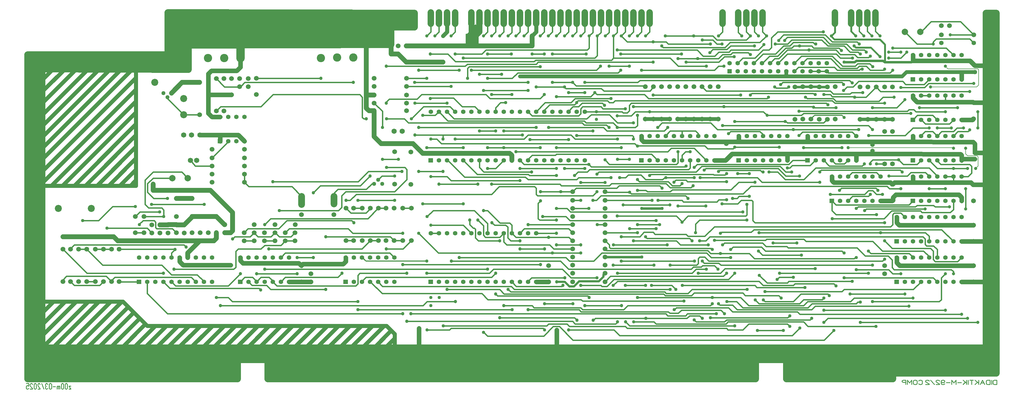
<source format=gbr>
%FSLAX34Y34*%
%MOMM*%
%LNCOPPER_BOTTOM*%
G71*
G01*
%ADD10C,1.400*%
%ADD11C,1.000*%
%ADD12C,0.400*%
%ADD13C,2.000*%
%ADD14C,2.000*%
%ADD15C,1.500*%
%ADD16C,1.020*%
%ADD17C,0.200*%
%ADD18C,1.010*%
%ADD19C,1.200*%
%ADD20C,1.400*%
%ADD21C,0.300*%
%ADD22C,1.400*%
%ADD23C,1.000*%
%ADD24C,0.800*%
%ADD25C,0.600*%
%ADD26C,1.280*%
%ADD27C,1.640*%
%ADD28C,1.300*%
%ADD29C,2.100*%
%ADD30C,1.800*%
%ADD31C,1.030*%
%ADD32C,2.600*%
%ADD33C,1.500*%
%ADD34C,2.600*%
%ADD35C,1.800*%
%ADD36C,0.700*%
%ADD37C,2.200*%
%ADD38C,0.254*%
%ADD39C,1.600*%
%ADD40C,0.222*%
%LPD*%
G36*
X2728262Y351488D02*
X2742262Y351488D01*
X2742262Y337488D01*
X2728262Y337488D01*
X2728262Y351488D01*
G37*
X2760662Y344488D02*
G54D10*
D03*
X2786062Y344488D02*
G54D10*
D03*
X2811462Y344488D02*
G54D10*
D03*
X2836862Y344488D02*
G54D10*
D03*
X2862262Y344488D02*
G54D10*
D03*
X2887662Y344488D02*
G54D10*
D03*
X2913062Y344488D02*
G54D10*
D03*
X2938462Y344488D02*
G54D10*
D03*
X2938462Y420688D02*
G54D10*
D03*
X2913062Y420688D02*
G54D10*
D03*
X2887662Y420688D02*
G54D10*
D03*
X2862262Y420688D02*
G54D10*
D03*
X2836862Y420688D02*
G54D10*
D03*
X2811462Y420688D02*
G54D10*
D03*
X2786062Y420688D02*
G54D10*
D03*
X2760662Y420688D02*
G54D10*
D03*
X2735262Y420688D02*
G54D10*
D03*
G36*
X2728262Y478488D02*
X2742262Y478488D01*
X2742262Y464488D01*
X2728262Y464488D01*
X2728262Y478488D01*
G37*
X2760662Y471488D02*
G54D10*
D03*
X2786062Y471488D02*
G54D10*
D03*
X2811462Y471488D02*
G54D10*
D03*
X2836862Y471488D02*
G54D10*
D03*
X2862262Y471488D02*
G54D10*
D03*
X2887662Y471488D02*
G54D10*
D03*
X2913062Y471488D02*
G54D10*
D03*
X2938462Y471488D02*
G54D10*
D03*
X2938462Y547688D02*
G54D10*
D03*
X2913062Y547688D02*
G54D10*
D03*
X2887662Y547688D02*
G54D10*
D03*
X2862262Y547688D02*
G54D10*
D03*
X2836862Y547688D02*
G54D10*
D03*
X2811462Y547688D02*
G54D10*
D03*
X2786062Y547688D02*
G54D10*
D03*
X2760662Y547688D02*
G54D10*
D03*
X2735262Y547688D02*
G54D10*
D03*
G36*
X2779062Y605488D02*
X2793062Y605488D01*
X2793062Y591488D01*
X2779062Y591488D01*
X2779062Y605488D01*
G37*
X2811462Y598488D02*
G54D10*
D03*
X2836862Y598488D02*
G54D10*
D03*
X2862262Y598488D02*
G54D10*
D03*
X2887662Y598488D02*
G54D10*
D03*
X2913062Y598488D02*
G54D10*
D03*
X2938462Y598488D02*
G54D10*
D03*
X2938462Y674688D02*
G54D10*
D03*
X2913062Y674688D02*
G54D10*
D03*
X2887662Y674688D02*
G54D10*
D03*
X2862262Y674688D02*
G54D10*
D03*
X2836862Y674688D02*
G54D10*
D03*
X2811462Y674688D02*
G54D10*
D03*
X2786062Y674688D02*
G54D10*
D03*
G36*
X2525062Y605488D02*
X2539062Y605488D01*
X2539062Y591488D01*
X2525062Y591488D01*
X2525062Y605488D01*
G37*
X2557462Y598488D02*
G54D10*
D03*
X2582862Y598488D02*
G54D10*
D03*
X2608262Y598488D02*
G54D10*
D03*
X2633662Y598488D02*
G54D10*
D03*
X2659062Y598488D02*
G54D10*
D03*
X2684462Y598488D02*
G54D10*
D03*
X2684462Y674688D02*
G54D10*
D03*
X2659062Y674688D02*
G54D10*
D03*
X2633662Y674688D02*
G54D10*
D03*
X2608262Y674688D02*
G54D10*
D03*
X2582862Y674688D02*
G54D10*
D03*
X2557462Y674688D02*
G54D10*
D03*
X2532062Y674688D02*
G54D10*
D03*
G36*
X2779062Y732488D02*
X2793062Y732488D01*
X2793062Y718488D01*
X2779062Y718488D01*
X2779062Y732488D01*
G37*
X2811462Y725488D02*
G54D10*
D03*
X2836862Y725488D02*
G54D10*
D03*
X2862262Y725488D02*
G54D10*
D03*
X2887662Y725488D02*
G54D10*
D03*
X2913062Y725488D02*
G54D10*
D03*
X2938462Y725488D02*
G54D10*
D03*
X2938462Y801688D02*
G54D10*
D03*
X2913062Y801688D02*
G54D10*
D03*
X2887662Y801688D02*
G54D10*
D03*
X2862262Y801688D02*
G54D10*
D03*
X2836862Y801688D02*
G54D10*
D03*
X2811462Y801688D02*
G54D10*
D03*
X2786062Y801688D02*
G54D10*
D03*
G36*
X2779062Y859488D02*
X2793062Y859488D01*
X2793062Y845488D01*
X2779062Y845488D01*
X2779062Y859488D01*
G37*
X2811462Y852488D02*
G54D10*
D03*
X2836862Y852488D02*
G54D10*
D03*
X2862262Y852488D02*
G54D10*
D03*
X2887662Y852488D02*
G54D10*
D03*
X2913062Y852488D02*
G54D10*
D03*
X2938462Y852488D02*
G54D10*
D03*
X2938462Y928688D02*
G54D10*
D03*
X2913062Y928688D02*
G54D10*
D03*
X2887662Y928688D02*
G54D10*
D03*
X2862262Y928688D02*
G54D10*
D03*
X2836862Y928688D02*
G54D10*
D03*
X2811462Y928688D02*
G54D10*
D03*
X2786062Y928688D02*
G54D10*
D03*
G36*
X2779062Y986488D02*
X2793062Y986488D01*
X2793062Y972488D01*
X2779062Y972488D01*
X2779062Y986488D01*
G37*
X2811462Y979488D02*
G54D10*
D03*
X2836862Y979488D02*
G54D10*
D03*
X2862262Y979488D02*
G54D10*
D03*
X2887662Y979488D02*
G54D10*
D03*
X2913062Y979488D02*
G54D10*
D03*
X2938462Y979488D02*
G54D10*
D03*
X2938462Y1055688D02*
G54D10*
D03*
X2913062Y1055688D02*
G54D10*
D03*
X2887662Y1055688D02*
G54D10*
D03*
X2862262Y1055688D02*
G54D10*
D03*
X2836862Y1055688D02*
G54D10*
D03*
X2811462Y1055688D02*
G54D10*
D03*
X2786062Y1055688D02*
G54D10*
D03*
G36*
X2448862Y732488D02*
X2462862Y732488D01*
X2462862Y718488D01*
X2448862Y718488D01*
X2448862Y732488D01*
G37*
X2481262Y725488D02*
G54D10*
D03*
X2506662Y725488D02*
G54D10*
D03*
X2532062Y725488D02*
G54D10*
D03*
X2557462Y725488D02*
G54D10*
D03*
X2582862Y725488D02*
G54D10*
D03*
X2608262Y725488D02*
G54D10*
D03*
X2608262Y801688D02*
G54D10*
D03*
X2582862Y801688D02*
G54D10*
D03*
X2557462Y801688D02*
G54D10*
D03*
X2532062Y801688D02*
G54D10*
D03*
X2506662Y801688D02*
G54D10*
D03*
X2481262Y801688D02*
G54D10*
D03*
X2455862Y801688D02*
G54D10*
D03*
G36*
X2232962Y732488D02*
X2246962Y732488D01*
X2246962Y718488D01*
X2232962Y718488D01*
X2232962Y732488D01*
G37*
X2265362Y725488D02*
G54D10*
D03*
X2290762Y725488D02*
G54D10*
D03*
X2316162Y725488D02*
G54D10*
D03*
X2341562Y725488D02*
G54D10*
D03*
X2366962Y725488D02*
G54D10*
D03*
X2392362Y725488D02*
G54D10*
D03*
X2392362Y801688D02*
G54D10*
D03*
X2366962Y801688D02*
G54D10*
D03*
X2341562Y801688D02*
G54D10*
D03*
X2316162Y801688D02*
G54D10*
D03*
X2290762Y801688D02*
G54D10*
D03*
X2265362Y801688D02*
G54D10*
D03*
X2239962Y801688D02*
G54D10*
D03*
G36*
X1928162Y732488D02*
X1942162Y732488D01*
X1942162Y718488D01*
X1928162Y718488D01*
X1928162Y732488D01*
G37*
X1960562Y725488D02*
G54D10*
D03*
X1985962Y725488D02*
G54D10*
D03*
X2011362Y725488D02*
G54D10*
D03*
X2036762Y725488D02*
G54D10*
D03*
X2062162Y725488D02*
G54D10*
D03*
X2087562Y725488D02*
G54D10*
D03*
X2112962Y725488D02*
G54D10*
D03*
X2138362Y725488D02*
G54D10*
D03*
X2163762Y725488D02*
G54D10*
D03*
X2163762Y801688D02*
G54D10*
D03*
X2138362Y801688D02*
G54D10*
D03*
X2112962Y801688D02*
G54D10*
D03*
X2087562Y801688D02*
G54D10*
D03*
X2062162Y801688D02*
G54D10*
D03*
X2036762Y801688D02*
G54D10*
D03*
X2011362Y801688D02*
G54D10*
D03*
X1985962Y801688D02*
G54D10*
D03*
X1960562Y801688D02*
G54D10*
D03*
X1935162Y801688D02*
G54D10*
D03*
G36*
X1267762Y732488D02*
X1281762Y732488D01*
X1281762Y718488D01*
X1267762Y718488D01*
X1267762Y732488D01*
G37*
X1300162Y725488D02*
G54D10*
D03*
X1325562Y725488D02*
G54D10*
D03*
X1350962Y725488D02*
G54D10*
D03*
X1376362Y725488D02*
G54D10*
D03*
X1401762Y725488D02*
G54D10*
D03*
X1427162Y725488D02*
G54D10*
D03*
X1452562Y725488D02*
G54D10*
D03*
X1477962Y725488D02*
G54D10*
D03*
X1503362Y725488D02*
G54D10*
D03*
X1528762Y725488D02*
G54D10*
D03*
X1554162Y725488D02*
G54D10*
D03*
X1579562Y725488D02*
G54D10*
D03*
X1604962Y725488D02*
G54D10*
D03*
X1630362Y725488D02*
G54D10*
D03*
X1655762Y725488D02*
G54D10*
D03*
X1681162Y725488D02*
G54D10*
D03*
X1706562Y725488D02*
G54D10*
D03*
X1731962Y725488D02*
G54D10*
D03*
X1757362Y725488D02*
G54D10*
D03*
X1757362Y877888D02*
G54D10*
D03*
X1731962Y877888D02*
G54D10*
D03*
X1706562Y877888D02*
G54D10*
D03*
X1681162Y877888D02*
G54D10*
D03*
X1655762Y877888D02*
G54D10*
D03*
X1630362Y877888D02*
G54D10*
D03*
X1604962Y877888D02*
G54D10*
D03*
X1579562Y877888D02*
G54D10*
D03*
X1554162Y877888D02*
G54D10*
D03*
X1528762Y877888D02*
G54D10*
D03*
X1503362Y877888D02*
G54D10*
D03*
X1477962Y877888D02*
G54D10*
D03*
X1452562Y877888D02*
G54D10*
D03*
X1427162Y877888D02*
G54D10*
D03*
X1401762Y877888D02*
G54D10*
D03*
X1376362Y877888D02*
G54D10*
D03*
X1350962Y877888D02*
G54D10*
D03*
X1325562Y877888D02*
G54D10*
D03*
X1300162Y877888D02*
G54D10*
D03*
X1274762Y877888D02*
G54D10*
D03*
G36*
X353362Y351488D02*
X367362Y351488D01*
X367362Y337488D01*
X353362Y337488D01*
X353362Y351488D01*
G37*
X385762Y344488D02*
G54D10*
D03*
X411162Y344488D02*
G54D10*
D03*
X436562Y344488D02*
G54D10*
D03*
X461962Y344488D02*
G54D10*
D03*
X487362Y344488D02*
G54D10*
D03*
X512762Y344488D02*
G54D10*
D03*
X538162Y344488D02*
G54D10*
D03*
X563562Y344488D02*
G54D10*
D03*
X588962Y344488D02*
G54D10*
D03*
X588962Y420688D02*
G54D10*
D03*
X563562Y420688D02*
G54D10*
D03*
X538162Y420688D02*
G54D10*
D03*
X512762Y420688D02*
G54D10*
D03*
X487362Y420688D02*
G54D10*
D03*
X461962Y420688D02*
G54D10*
D03*
X436562Y420688D02*
G54D10*
D03*
X411162Y420688D02*
G54D10*
D03*
X385762Y420688D02*
G54D10*
D03*
X360362Y420688D02*
G54D10*
D03*
G36*
X670862Y351488D02*
X684862Y351488D01*
X684862Y337488D01*
X670862Y337488D01*
X670862Y351488D01*
G37*
X703262Y344488D02*
G54D10*
D03*
X728662Y344488D02*
G54D10*
D03*
X754062Y344488D02*
G54D10*
D03*
X779462Y344488D02*
G54D10*
D03*
X804862Y344488D02*
G54D10*
D03*
X830262Y344488D02*
G54D10*
D03*
X830262Y420688D02*
G54D10*
D03*
X804862Y420688D02*
G54D10*
D03*
X779462Y420688D02*
G54D10*
D03*
X754062Y420688D02*
G54D10*
D03*
X728662Y420688D02*
G54D10*
D03*
X703262Y420688D02*
G54D10*
D03*
X677862Y420688D02*
G54D10*
D03*
G36*
X1001062Y351488D02*
X1015062Y351488D01*
X1015062Y337488D01*
X1001062Y337488D01*
X1001062Y351488D01*
G37*
X1033462Y344488D02*
G54D10*
D03*
X1058862Y344488D02*
G54D10*
D03*
X1084262Y344488D02*
G54D10*
D03*
X1109662Y344488D02*
G54D10*
D03*
X1135062Y344488D02*
G54D10*
D03*
X1160462Y344488D02*
G54D10*
D03*
X1160462Y420688D02*
G54D10*
D03*
X1135062Y420688D02*
G54D10*
D03*
X1109662Y420688D02*
G54D10*
D03*
X1084262Y420688D02*
G54D10*
D03*
X1058862Y420688D02*
G54D10*
D03*
X1033462Y420688D02*
G54D10*
D03*
X1008062Y420688D02*
G54D10*
D03*
G36*
X1267762Y351488D02*
X1281762Y351488D01*
X1281762Y337488D01*
X1267762Y337488D01*
X1267762Y351488D01*
G37*
X1300162Y344488D02*
G54D10*
D03*
X1325562Y344488D02*
G54D10*
D03*
X1350962Y344488D02*
G54D10*
D03*
X1376362Y344488D02*
G54D10*
D03*
X1401762Y344488D02*
G54D10*
D03*
X1427162Y344488D02*
G54D10*
D03*
X1452562Y344488D02*
G54D10*
D03*
X1477962Y344488D02*
G54D10*
D03*
X1503362Y344488D02*
G54D10*
D03*
X1528762Y344488D02*
G54D10*
D03*
X1554162Y344488D02*
G54D10*
D03*
X1579562Y344488D02*
G54D10*
D03*
X1604962Y344488D02*
G54D10*
D03*
X1604962Y496888D02*
G54D10*
D03*
X1579562Y496888D02*
G54D10*
D03*
X1554162Y496888D02*
G54D10*
D03*
X1528762Y496888D02*
G54D10*
D03*
X1503362Y496888D02*
G54D10*
D03*
X1477962Y496888D02*
G54D10*
D03*
X1452562Y496888D02*
G54D10*
D03*
X1427162Y496888D02*
G54D10*
D03*
X1401762Y496888D02*
G54D10*
D03*
X1376362Y496888D02*
G54D10*
D03*
X1350962Y496888D02*
G54D10*
D03*
X1325562Y496888D02*
G54D10*
D03*
X1300162Y496888D02*
G54D10*
D03*
X1274762Y496888D02*
G54D10*
D03*
G36*
X607362Y792813D02*
X621362Y792813D01*
X621362Y778813D01*
X607362Y778813D01*
X607362Y792813D01*
G37*
X639762Y785813D02*
G54D10*
D03*
X665162Y785813D02*
G54D10*
D03*
X690562Y785813D02*
G54D10*
D03*
X690562Y862013D02*
G54D10*
D03*
X665162Y862013D02*
G54D10*
D03*
X639762Y862013D02*
G54D10*
D03*
X614362Y862013D02*
G54D10*
D03*
X1274762Y522288D02*
G54D11*
D03*
X1274762Y674688D02*
G54D11*
D03*
G54D12*
X1274762Y522288D02*
X1376362Y522288D01*
X1401762Y496888D01*
X1554162Y661988D02*
G54D11*
D03*
X1554162Y700088D02*
G54D11*
D03*
G54D12*
X1274762Y674688D02*
X1325562Y674688D01*
X1338262Y661988D01*
X1554162Y661988D01*
X1668462Y700088D02*
G54D11*
D03*
G54D12*
X1554162Y700088D02*
X1668462Y700088D01*
X1668462Y765176D02*
G54D11*
D03*
X1871662Y765176D02*
G54D11*
D03*
G54D12*
X1668462Y765176D02*
X1871662Y765176D01*
X1858962Y865188D02*
G54D11*
D03*
X1878012Y585788D02*
G54D11*
D03*
X2024062Y585788D02*
G54D11*
D03*
G54D12*
X1878012Y585788D02*
X2024062Y585788D01*
X1960562Y877888D02*
G54D11*
D03*
X2328862Y866776D02*
G54D11*
D03*
X2779712Y873126D02*
G54D11*
D03*
G54D12*
X1858962Y865188D02*
X1903412Y865188D01*
X1916112Y877888D01*
X1960562Y877888D01*
X2317750Y877888D01*
X2328862Y866776D01*
X2436812Y866776D01*
X2443162Y873126D01*
X2779712Y873126D01*
X1947862Y1116013D02*
G54D11*
D03*
G54D13*
X1960562Y1189038D02*
X1960562Y1154113D01*
G54D13*
X1935162Y1189038D02*
X1935162Y1154113D01*
G54D13*
X1909762Y1189038D02*
X1909762Y1154113D01*
G54D13*
X1884362Y1189038D02*
X1884362Y1154113D01*
G54D13*
X1858962Y1189038D02*
X1858962Y1154113D01*
G54D13*
X1833562Y1189038D02*
X1833562Y1154113D01*
G54D13*
X1808162Y1189038D02*
X1808162Y1154113D01*
G54D13*
X1782762Y1189038D02*
X1782762Y1154113D01*
G54D13*
X1757362Y1189038D02*
X1757362Y1154113D01*
G54D13*
X1731962Y1189038D02*
X1731962Y1154113D01*
G54D13*
X1706562Y1189038D02*
X1706562Y1154113D01*
G54D13*
X1681162Y1189038D02*
X1681162Y1154113D01*
G54D13*
X1655762Y1189038D02*
X1655762Y1154113D01*
G54D13*
X1630362Y1189038D02*
X1630362Y1154113D01*
G54D13*
X1604962Y1189038D02*
X1604962Y1154113D01*
G54D13*
X1579562Y1189038D02*
X1579562Y1154113D01*
G54D13*
X1554162Y1189038D02*
X1554162Y1154113D01*
G54D13*
X1528762Y1189038D02*
X1528762Y1154113D01*
G54D13*
X1503362Y1189038D02*
X1503362Y1154113D01*
G54D13*
X1477962Y1189038D02*
X1477962Y1154113D01*
G54D13*
X1452562Y1189038D02*
X1452562Y1154113D01*
G54D13*
X1427162Y1189038D02*
X1427162Y1154113D01*
G54D13*
X1401762Y1189038D02*
X1401762Y1154113D01*
G54D13*
X1350962Y1189038D02*
X1350962Y1154113D01*
G54D13*
X1325562Y1189038D02*
X1325562Y1154113D01*
G54D13*
X1300162Y1189038D02*
X1300162Y1154113D01*
G54D13*
X1274762Y1189038D02*
X1274762Y1154113D01*
X1262062Y1116013D02*
G54D11*
D03*
X1287462Y1116013D02*
G54D11*
D03*
X1312862Y1116013D02*
G54D11*
D03*
X1338262Y1116013D02*
G54D11*
D03*
X1414462Y1116013D02*
G54D11*
D03*
X1439862Y1116013D02*
G54D11*
D03*
X1465262Y1116013D02*
G54D11*
D03*
X1490662Y1116013D02*
G54D11*
D03*
X1517650Y1116013D02*
G54D11*
D03*
X1541462Y1116013D02*
G54D11*
D03*
X1566862Y1116013D02*
G54D11*
D03*
X1592262Y1116013D02*
G54D11*
D03*
X1617662Y1116013D02*
G54D11*
D03*
X1643062Y1116013D02*
G54D11*
D03*
X1668462Y1116013D02*
G54D11*
D03*
X1693862Y1116013D02*
G54D11*
D03*
X1719262Y1116013D02*
G54D11*
D03*
X1744662Y1116013D02*
G54D11*
D03*
X1771650Y1116013D02*
G54D11*
D03*
X1797050Y1116013D02*
G54D11*
D03*
X1822450Y1116013D02*
G54D11*
D03*
X1847850Y1116013D02*
G54D11*
D03*
X1871662Y1116013D02*
G54D11*
D03*
X1897062Y1116013D02*
G54D11*
D03*
X1922462Y1116013D02*
G54D11*
D03*
G54D13*
X2189162Y1189038D02*
X2189162Y1154113D01*
G54D13*
X2238374Y1189038D02*
X2238374Y1154113D01*
G54D13*
X2263774Y1189038D02*
X2263774Y1154113D01*
G54D13*
X2289174Y1189038D02*
X2289174Y1154113D01*
G54D13*
X2314574Y1189038D02*
X2314574Y1154113D01*
G54D13*
X2541587Y1189038D02*
X2541587Y1154113D01*
G54D13*
X2592387Y1189038D02*
X2592387Y1154113D01*
G54D13*
X2617787Y1189038D02*
X2617787Y1154113D01*
G54D13*
X2643187Y1189038D02*
X2643187Y1154113D01*
G54D13*
X2668587Y1189038D02*
X2668587Y1154113D01*
X2760662Y1128713D02*
G54D14*
D03*
X2809062Y1128713D02*
G54D14*
D03*
X2874962Y1147763D02*
G54D15*
D03*
X2900362Y1147763D02*
G54D15*
D03*
X2903537Y1119188D02*
G54D11*
D03*
X2849562Y1090613D02*
G54D11*
D03*
X2887662Y1020763D02*
G54D11*
D03*
X2747962Y1065213D02*
G54D11*
D03*
X2767012Y1065213D02*
G54D11*
D03*
X2976562Y966788D02*
G54D11*
D03*
X2989262Y877888D02*
G54D11*
D03*
X2925762Y890588D02*
G54D11*
D03*
X2887662Y877888D02*
G54D11*
D03*
X2806700Y890588D02*
G54D11*
D03*
X2722562Y1077913D02*
G54D11*
D03*
X2709862Y1065213D02*
G54D11*
D03*
X2709862Y1046163D02*
G54D11*
D03*
X2682874Y1050926D02*
G54D11*
D03*
X2697162Y1011238D02*
G54D11*
D03*
X2722562Y1008063D02*
G54D11*
D03*
X2682874Y989013D02*
G54D11*
D03*
X2697828Y904835D02*
G54D11*
D03*
X2963862Y941388D02*
G54D11*
D03*
X2963862Y820738D02*
G54D11*
D03*
X2836862Y827088D02*
G54D11*
D03*
X2862262Y827088D02*
G54D11*
D03*
X2906712Y827088D02*
G54D11*
D03*
X2944812Y827088D02*
G54D11*
D03*
X2951162Y763588D02*
G54D11*
D03*
X2913062Y763588D02*
G54D11*
D03*
X2989262Y827088D02*
G54D11*
D03*
X2913062Y700088D02*
G54D11*
D03*
X2957512Y700088D02*
G54D11*
D03*
X2982912Y700088D02*
G54D11*
D03*
X2951162Y636588D02*
G54D11*
D03*
X2887662Y636588D02*
G54D11*
D03*
X2836862Y636588D02*
G54D11*
D03*
X2824162Y573088D02*
G54D11*
D03*
X2900362Y579438D02*
G54D11*
D03*
X2951162Y573088D02*
G54D11*
D03*
X2913062Y369888D02*
G54D11*
D03*
X2887662Y369888D02*
G54D11*
D03*
X2989262Y217488D02*
G54D11*
D03*
X2957512Y230188D02*
G54D11*
D03*
X2938462Y242888D02*
G54D11*
D03*
X2887662Y255588D02*
G54D11*
D03*
X2773362Y268288D02*
G54D11*
D03*
X2786062Y293688D02*
G54D11*
D03*
X2760662Y306388D02*
G54D11*
D03*
X2747962Y369888D02*
G54D11*
D03*
X2727324Y923926D02*
G54D11*
D03*
X2760662Y915988D02*
G54D11*
D03*
X2682874Y1116013D02*
G54D11*
D03*
X2657474Y1116013D02*
G54D11*
D03*
X2632074Y1116013D02*
G54D11*
D03*
X2606674Y1116013D02*
G54D11*
D03*
X2975765Y395474D02*
G54D15*
D03*
X2975765Y344674D02*
G54D15*
D03*
X2975765Y522474D02*
G54D15*
D03*
X2975765Y471674D02*
G54D15*
D03*
X2975765Y649474D02*
G54D15*
D03*
X2975765Y598674D02*
G54D15*
D03*
X2975765Y906649D02*
G54D15*
D03*
X2975765Y855849D02*
G54D15*
D03*
X2980312Y729417D02*
G54D10*
D03*
X2980312Y749517D02*
G54D10*
D03*
X2980312Y1002467D02*
G54D10*
D03*
X2980312Y1022567D02*
G54D10*
D03*
X2841624Y955676D02*
G54D11*
D03*
X2747962Y954088D02*
G54D16*
D03*
X2659637Y754817D02*
G54D10*
D03*
X2659637Y774917D02*
G54D10*
D03*
X2530474Y1116013D02*
G54D16*
D03*
G54D12*
X2760662Y1128713D02*
X2798762Y1090613D01*
X2849562Y1090613D01*
X2849562Y1096963D01*
X2859087Y1106488D01*
X2963862Y1106488D01*
X2976562Y1093788D01*
G54D12*
X2809062Y1128713D02*
X2811462Y1128713D01*
X2843212Y1160463D01*
X2935287Y1160463D01*
X2976562Y1119188D01*
G54D12*
X2903537Y1119188D02*
X2976562Y1119188D01*
G54D12*
X2722562Y1077913D02*
X2890837Y1077913D01*
X2913062Y1055688D01*
X2659062Y890588D02*
G54D16*
D03*
X2603500Y923926D02*
G54D16*
D03*
X2628900Y938213D02*
G54D16*
D03*
X2544762Y890588D02*
G54D16*
D03*
X2519362Y900113D02*
G54D16*
D03*
X2506662Y931863D02*
G54D16*
D03*
X2568574Y944563D02*
G54D16*
D03*
X2568574Y963613D02*
G54D16*
D03*
X2595562Y968376D02*
G54D16*
D03*
X2627312Y1011238D02*
G54D16*
D03*
X2660650Y1019176D02*
G54D16*
D03*
X2570162Y1033463D02*
G54D16*
D03*
X2597150Y1046163D02*
G54D16*
D03*
X2652712Y1052513D02*
G54D16*
D03*
X2620962Y1058863D02*
G54D16*
D03*
X2640012Y1065213D02*
G54D16*
D03*
X2617787Y1090613D02*
G54D16*
D03*
X2601912Y1084263D02*
G54D16*
D03*
X2647950Y803276D02*
G54D16*
D03*
X2659062Y822326D02*
G54D16*
D03*
X2616200Y822326D02*
G54D16*
D03*
X2720974Y784226D02*
G54D16*
D03*
X2698750Y746126D02*
G54D16*
D03*
G54D17*
X2841624Y955676D02*
X2986087Y955676D01*
X2992437Y962026D01*
X2992437Y1009650D01*
X2989262Y1012826D01*
X2895600Y1012826D01*
X2887662Y1020763D01*
G54D12*
X2786062Y852488D02*
X2800350Y866776D01*
X2847974Y866776D01*
X2862262Y852488D01*
G54D12*
X2811462Y852488D02*
X2813050Y852488D01*
X2825750Y839788D01*
X2900362Y839788D01*
X2913062Y852488D01*
G54D12*
X2887662Y877888D02*
X2795587Y877888D01*
X2789237Y884238D01*
X2773362Y884238D01*
X2768600Y879476D01*
X2428874Y879476D01*
X2428874Y879476D02*
G54D16*
D03*
X2436812Y428626D02*
G54D16*
D03*
X2570162Y860426D02*
G54D18*
D03*
X2386012Y847726D02*
G54D18*
D03*
X2411412Y822326D02*
G54D18*
D03*
X2428874Y803276D02*
G54D18*
D03*
X2443162Y765176D02*
G54D18*
D03*
X2544762Y784226D02*
G54D18*
D03*
X2563812Y765176D02*
G54D18*
D03*
X2582862Y765176D02*
G54D18*
D03*
X2366962Y766763D02*
G54D18*
D03*
X2474912Y892176D02*
G54D18*
D03*
X2392362Y701676D02*
G54D18*
D03*
X2406650Y688976D02*
G54D18*
D03*
X2430462Y676276D02*
G54D18*
D03*
X2493962Y688976D02*
G54D18*
D03*
X2493962Y657226D02*
G54D18*
D03*
X2301874Y441326D02*
G54D18*
D03*
G54D12*
X2436812Y428626D02*
X2314574Y428626D01*
X2301874Y441326D01*
G54D12*
X2811462Y928688D02*
X2836862Y928688D01*
X2635250Y568326D02*
G54D18*
D03*
G54D12*
X2824162Y573088D02*
X2640012Y573088D01*
X2635250Y568326D01*
G54D12*
X2925762Y890588D02*
X2806700Y890588D01*
G54D12*
X2709862Y1065213D02*
X2747962Y1065213D01*
G54D12*
X2597150Y1046163D02*
X2559050Y1046163D01*
X2546350Y1058863D01*
G36*
X2204387Y1011888D02*
X2218387Y1011888D01*
X2218387Y997888D01*
X2204387Y997888D01*
X2204387Y1011888D01*
G37*
X2211387Y1030288D02*
G54D10*
D03*
X2236787Y1004888D02*
G54D10*
D03*
X2236787Y1030288D02*
G54D10*
D03*
X2262187Y1004888D02*
G54D10*
D03*
X2262187Y1030288D02*
G54D10*
D03*
X2287587Y1004888D02*
G54D10*
D03*
X2287587Y1030288D02*
G54D10*
D03*
X2312987Y1004888D02*
G54D10*
D03*
X2312987Y1030288D02*
G54D10*
D03*
X2338387Y1004888D02*
G54D10*
D03*
X2338387Y1030288D02*
G54D10*
D03*
X2363787Y1004888D02*
G54D10*
D03*
X2363787Y1030288D02*
G54D10*
D03*
X2389187Y1004888D02*
G54D10*
D03*
X2389187Y1030288D02*
G54D10*
D03*
X2414587Y1004888D02*
G54D10*
D03*
X2414587Y1030288D02*
G54D10*
D03*
X2439987Y1004888D02*
G54D10*
D03*
X2439987Y1030288D02*
G54D10*
D03*
X2465387Y1004888D02*
G54D10*
D03*
X2465387Y1030288D02*
G54D10*
D03*
X2490787Y1004888D02*
G54D10*
D03*
X2490787Y1030288D02*
G54D10*
D03*
X2516187Y1004888D02*
G54D10*
D03*
X2516187Y1030288D02*
G54D10*
D03*
G54D12*
X2546350Y1058863D02*
X2392362Y1058863D01*
X2363787Y1030288D01*
G54D12*
X2659062Y890588D02*
X2735262Y890588D01*
X2760662Y915988D01*
X2671762Y714376D02*
G54D18*
D03*
X2652712Y714376D02*
G54D18*
D03*
X2633662Y714376D02*
G54D18*
D03*
X2741612Y727076D02*
G54D18*
D03*
X2752724Y688976D02*
G54D18*
D03*
X2711450Y676276D02*
G54D18*
D03*
G54D12*
X2671762Y714376D02*
X2697393Y714376D01*
X2698268Y713501D01*
X2670174Y204788D02*
G54D18*
D03*
X1911350Y219076D02*
G54D18*
D03*
G54D12*
X2670174Y204788D02*
X2457450Y204788D01*
X2443162Y219076D01*
X2206624Y219076D01*
X2200274Y212726D01*
X1981200Y212726D01*
X1974850Y219076D01*
X1911350Y219076D01*
X1720850Y276226D02*
G54D18*
D03*
X1631950Y276226D02*
G54D18*
D03*
X1631950Y193676D02*
G54D18*
D03*
X1263650Y193676D02*
G54D18*
D03*
X1173162Y728663D02*
G54D18*
D03*
X1123950Y728663D02*
G54D18*
D03*
X1123950Y828676D02*
G54D18*
D03*
X1096962Y904876D02*
G54D15*
D03*
X1198562Y904876D02*
G54D15*
D03*
G54D12*
X1096962Y904876D02*
X1123950Y879476D01*
X1123950Y828676D01*
G54D12*
X1123950Y728663D02*
X1173162Y728663D01*
G54D12*
X1263650Y193676D02*
X1333500Y193676D01*
X1338262Y198438D01*
X1627187Y198438D01*
X1631950Y193676D01*
G54D12*
X1631950Y276226D02*
X1720850Y276226D01*
G54D12*
X2544762Y890588D02*
X2476500Y890588D01*
X2474912Y892176D01*
X2193924Y893763D02*
G54D18*
D03*
X1909762Y893763D02*
G54D18*
D03*
X1909762Y842963D02*
G54D18*
D03*
G54D12*
X1909762Y842963D02*
X1860550Y842963D01*
X1835150Y868363D01*
X1778000Y868363D01*
X1763712Y855663D01*
X1347787Y855663D01*
X1325562Y877888D01*
G54D12*
X1909762Y893763D02*
X2197100Y893763D01*
X2201862Y658813D02*
G54D18*
D03*
X2036762Y657226D02*
G54D16*
D03*
G54D12*
X2201862Y658813D02*
X2079624Y658813D01*
X2074862Y663576D01*
X2043112Y663576D01*
X2036762Y657226D01*
G54D12*
X2197100Y893763D02*
X2473324Y893763D01*
X2474912Y892176D01*
G54D19*
X2980312Y1002467D02*
X2766179Y1002467D01*
X2752724Y989013D01*
X2682874Y989013D01*
G54D20*
X2938462Y979488D02*
X2938462Y1001713D01*
G54D20*
X2980312Y1022567D02*
X3009683Y1022567D01*
X3009900Y1022350D01*
G54D20*
X2786062Y1055688D02*
X2786062Y1038226D01*
X2964654Y1038226D01*
X2980312Y1022567D01*
G54D12*
X2976562Y966788D02*
X2835274Y966788D01*
X2822574Y954088D01*
X2747962Y954088D01*
X2676524Y631826D02*
G54D16*
D03*
X2555874Y631826D02*
G54D16*
D03*
G54D12*
X2676524Y631826D02*
X2670174Y638176D01*
X2562224Y638176D01*
X2555874Y631826D01*
X2544762Y331788D02*
G54D16*
D03*
X1846262Y333376D02*
G54D16*
D03*
G54D12*
X2544762Y331788D02*
X2538412Y338138D01*
X2416174Y338138D01*
X2411412Y333376D01*
X2316162Y333376D01*
X2303462Y346076D01*
G54D12*
X2303462Y346076D02*
X1860550Y346076D01*
X1846262Y333376D01*
X1795462Y357188D02*
G54D16*
D03*
X1262062Y371476D02*
G54D16*
D03*
X1262062Y409576D02*
G54D16*
D03*
G54D21*
X1058862Y420688D02*
X1060450Y420688D01*
X1071562Y409576D01*
X1262062Y409576D01*
G54D12*
X1262062Y371476D02*
X1458912Y371476D01*
X1471612Y384176D01*
X1687512Y384176D01*
X1714500Y357188D01*
X1795462Y357188D01*
X2449512Y923926D02*
G54D16*
D03*
G54D12*
X2449512Y923926D02*
X2454274Y919163D01*
X2536824Y919163D01*
X2544762Y911226D01*
X2679700Y911226D01*
X2692400Y923926D01*
X2727324Y923926D01*
X2468562Y230188D02*
G54D16*
D03*
G54D12*
X2468562Y230188D02*
X2463800Y225426D01*
X2201862Y225426D01*
X2195512Y219076D01*
X2100262Y225426D02*
G54D16*
D03*
G54D12*
X2195512Y219076D02*
X2106612Y219076D01*
X2100262Y225426D01*
G54D20*
X2938462Y852488D02*
X2972404Y852488D01*
X2975765Y855849D01*
G54D20*
X2786062Y928688D02*
X2786062Y920750D01*
X2798762Y908050D01*
X2974364Y908050D01*
X2975765Y906649D01*
X3008126Y906649D01*
X3008312Y906463D01*
G54D12*
X2811462Y801688D02*
X2811462Y803276D01*
X2824162Y815976D01*
X2847974Y815976D01*
X2862262Y801688D01*
X2876550Y815976D01*
X2913062Y815976D01*
X2924174Y827088D01*
X2944812Y827088D01*
G54D12*
X2862262Y827088D02*
X2906712Y827088D01*
X2506662Y217488D02*
G54D16*
D03*
X2620962Y217488D02*
G54D16*
D03*
X2620962Y280988D02*
G54D16*
D03*
G54D12*
X2989262Y217488D02*
X2620962Y217488D01*
X2203450Y282576D02*
G54D16*
D03*
G54D12*
X2620962Y280988D02*
X2613024Y280988D01*
X2608262Y276226D01*
X2470150Y276226D01*
X2457450Y263526D01*
X2252662Y263526D01*
X2233612Y282576D01*
X2203450Y282576D01*
X2201862Y371476D02*
G54D16*
D03*
X1719262Y344488D02*
G54D15*
D03*
X1820862Y344488D02*
G54D15*
D03*
G54D12*
X2201862Y371476D02*
X2192337Y361950D01*
X1838324Y361950D01*
X1820862Y344488D01*
X1744662Y434976D02*
G54D16*
D03*
X1655762Y434976D02*
G54D16*
D03*
G54D12*
X1655762Y434976D02*
X1744662Y434976D01*
X1236662Y496888D02*
G54D16*
D03*
G54D12*
X1655762Y434976D02*
X1298574Y434976D01*
X1236662Y496888D01*
X1223962Y969963D02*
G54D16*
D03*
X1225550Y904876D02*
G54D16*
D03*
X1325562Y904876D02*
G54D16*
D03*
X1214437Y855663D02*
G54D16*
D03*
X1096962Y881063D02*
G54D15*
D03*
X1198562Y881063D02*
G54D15*
D03*
X1579557Y969958D02*
G54D16*
D03*
G54D12*
X1223962Y969963D02*
X1579557Y969958D01*
X2697828Y955635D02*
G54D15*
D03*
X2697828Y854035D02*
G54D15*
D03*
X2697393Y815975D02*
G54D15*
D03*
X2697393Y714376D02*
G54D15*
D03*
X2721945Y815950D02*
G54D15*
D03*
X2721945Y714350D02*
G54D15*
D03*
X2874962Y1119188D02*
G54D15*
D03*
X2976562Y1119188D02*
G54D15*
D03*
X2874962Y1093788D02*
G54D22*
D03*
X2976562Y1093788D02*
G54D22*
D03*
X2671762Y555626D02*
G54D16*
D03*
G54D12*
X2532062Y598488D02*
X2532062Y568326D01*
X2544762Y555626D01*
X2671762Y555626D01*
X2645382Y955512D02*
G54D15*
D03*
X2645382Y853912D02*
G54D15*
D03*
X2671414Y955853D02*
G54D15*
D03*
X2671414Y854253D02*
G54D15*
D03*
X2722214Y955853D02*
G54D15*
D03*
X2722214Y854253D02*
G54D15*
D03*
X2620614Y955853D02*
G54D15*
D03*
X2620614Y854253D02*
G54D15*
D03*
G54D23*
X2620614Y854253D02*
X2645041Y854253D01*
X2645382Y853912D01*
X2671074Y853912D01*
X2671414Y854253D01*
X2697610Y854253D01*
X2697828Y854035D01*
X2721995Y854035D01*
X2722214Y854253D01*
G54D12*
X2532062Y598488D02*
X2544762Y585788D01*
X2773362Y585788D01*
X2786062Y598488D01*
G54D12*
X2506662Y931863D02*
X2527300Y931863D01*
X2533650Y925513D01*
X2601912Y925513D01*
X2603500Y923926D01*
G54D12*
X2660650Y1019176D02*
X2651124Y1028700D01*
X2613024Y1028700D01*
X2605087Y1020763D01*
X2565400Y1020763D01*
X2533650Y1052513D01*
X2436812Y1052513D01*
X2414587Y1030288D01*
G54D12*
X2603500Y923926D02*
X2639487Y923926D01*
X2671414Y955853D01*
G54D12*
X2671414Y955853D02*
X2684462Y941388D01*
X2963862Y941388D01*
G54D12*
X2913062Y801688D02*
X2927350Y815976D01*
X2959100Y815976D01*
X2963862Y820738D01*
X2652712Y619126D02*
G54D16*
D03*
X2690812Y619126D02*
G54D16*
D03*
X2527300Y619126D02*
G54D16*
D03*
G54D12*
X2582862Y598488D02*
X2597150Y612776D01*
X2646362Y612776D01*
X2652712Y619126D01*
X2608262Y574676D02*
G54D16*
D03*
G54D12*
X2608262Y574676D02*
X2609850Y574676D01*
X2614612Y579438D01*
X2794000Y579438D01*
X2798762Y584200D01*
X2851150Y584200D01*
X2855912Y579438D01*
X2900362Y579438D01*
G54D12*
X2913062Y700088D02*
X2862262Y700088D01*
X2836862Y725488D01*
G54D12*
X2913062Y700088D02*
X2957512Y700088D01*
G54D12*
X2989262Y827088D02*
X2989262Y877888D01*
G54D12*
X2709862Y1046163D02*
X2747962Y1046163D01*
X2767012Y1065213D01*
G54D12*
X2439987Y1030288D02*
X2454274Y1044576D01*
X2528887Y1044576D01*
X2559050Y1014413D01*
X2611437Y1014413D01*
X2617787Y1020763D01*
X2640012Y1020763D01*
X2652712Y1008063D01*
X2693987Y1008063D01*
X2697162Y1011238D01*
G54D12*
X2652712Y714376D02*
X2652712Y719138D01*
X2660650Y727076D01*
X2741612Y727076D01*
G54D12*
X2741612Y727076D02*
X2755900Y712788D01*
X2798762Y712788D01*
X2811462Y725488D01*
G54D12*
X2722562Y1008063D02*
X2714624Y1000126D01*
X2520950Y1000126D01*
X2516187Y1004888D01*
X2490787Y1004888D01*
X2465387Y1004888D01*
G54D12*
X2582862Y674688D02*
X2595562Y687388D01*
X2671762Y687388D01*
X2684462Y674688D01*
G54D12*
X2627312Y1011238D02*
X2620962Y1011238D01*
X2617787Y1008063D01*
X2549524Y1008063D01*
X2540000Y1017588D01*
X2427287Y1017588D01*
X2414587Y1004888D01*
G54D20*
X2975765Y649474D02*
X3009714Y649474D01*
X3009900Y649288D01*
X2723352Y651062D02*
G54D15*
D03*
X2723352Y600261D02*
G54D15*
D03*
G54D20*
X2975765Y649474D02*
X2974789Y649474D01*
X2968624Y655638D01*
X2727928Y655638D01*
X2723352Y651062D01*
X2720788Y651062D01*
X2716212Y655638D01*
X2538412Y655638D01*
X2532062Y661988D01*
X2532062Y674688D01*
G54D20*
X2684462Y598488D02*
X2721579Y598488D01*
X2723352Y600261D01*
X2723352Y608803D01*
X2732087Y617538D01*
X2930524Y617538D01*
X2938462Y609600D01*
X2938462Y598488D01*
X2747962Y636588D02*
G54D16*
D03*
G54D20*
X2980312Y749517D02*
X3009683Y749517D01*
X3009900Y749300D01*
G54D20*
X2980312Y749517D02*
X2980312Y777300D01*
X2974974Y782638D01*
X2720974Y784226D01*
X2544762Y784226D01*
X1941512Y784226D01*
X1935162Y790576D01*
X1935162Y801688D01*
G54D20*
X2980312Y729417D02*
X2942391Y729417D01*
X2938462Y725488D01*
X2938462Y741363D01*
X2935287Y744538D01*
X2698750Y746126D01*
X2219324Y746126D01*
X2198687Y725488D01*
X2163762Y725488D01*
X2201066Y778061D02*
G54D15*
D03*
X2201066Y727261D02*
G54D15*
D03*
G54D20*
X2786062Y801688D02*
X2786062Y784226D01*
G54D20*
X2392362Y725488D02*
X2392362Y744538D01*
X2393950Y746126D01*
G54D20*
X2608262Y725488D02*
X2608262Y744538D01*
X2609850Y746126D01*
G54D20*
X2786062Y674688D02*
X2786062Y655638D01*
G54D20*
X2455862Y801688D02*
X2455862Y784226D01*
G54D20*
X2239962Y801688D02*
X2239962Y784226D01*
G54D12*
X2836862Y827088D02*
X2786062Y827088D01*
X2762250Y803276D01*
X2647950Y803276D01*
G54D12*
X2633662Y714376D02*
X2627312Y708026D01*
X2524124Y708026D01*
X2506662Y725488D01*
G54D17*
X2582862Y765176D02*
X2911474Y765176D01*
X2913062Y763588D01*
G54D12*
X2862262Y725488D02*
X2862262Y723900D01*
X2873374Y712788D01*
X2963862Y712788D01*
X2970212Y706438D01*
X2970212Y685800D01*
X2959100Y674688D01*
X2938462Y674688D01*
G54D17*
X2951162Y763588D02*
X2951162Y746126D01*
X2957512Y739776D01*
X2987674Y739776D01*
X2990850Y736600D01*
X2990850Y708026D01*
X2982912Y700088D01*
G54D12*
X2951162Y636588D02*
X2951162Y573088D01*
G54D12*
X2957512Y230188D02*
X2519362Y230188D01*
X2506662Y217488D01*
G54D12*
X2443162Y765176D02*
X2563812Y765176D01*
G54D12*
X2836862Y636588D02*
X2887662Y636588D01*
G54D12*
X2913062Y674688D02*
X2913062Y658813D01*
G54D12*
X2862262Y674688D02*
X2862262Y676276D01*
X2836862Y701676D01*
X2481262Y701676D01*
X2444750Y665163D01*
X2386012Y665163D01*
X2362200Y688976D01*
X2335212Y688976D01*
X2335212Y688976D02*
G54D16*
D03*
X2208212Y809626D02*
G54D16*
D03*
G54D12*
X2316162Y801688D02*
X2316162Y806450D01*
X2306637Y815976D01*
X2214562Y815976D01*
X2208212Y809626D01*
X2220912Y606426D02*
G54D16*
D03*
X2273300Y612776D02*
G54D16*
D03*
G54D12*
X2220912Y606426D02*
X2235200Y606426D01*
X2241550Y612776D01*
X2273300Y612776D01*
X2400300Y204788D02*
G54D16*
D03*
X1314450Y206376D02*
G54D16*
D03*
G54D12*
X2400300Y204788D02*
X2392362Y212726D01*
X2271712Y212726D01*
X2252662Y193676D01*
X2206624Y193676D01*
X2201862Y198438D01*
X1890712Y198438D01*
X1884362Y204788D01*
X1709737Y204788D01*
X1701800Y212726D01*
X1644650Y212726D01*
X1638300Y206376D01*
X1314450Y206376D01*
X2533650Y542926D02*
G54D16*
D03*
G54D12*
X2533650Y542926D02*
X2695574Y542926D01*
X2719387Y566738D01*
X2809874Y566738D01*
X2814637Y561976D01*
X2903537Y561976D01*
X2913062Y571500D01*
X2913062Y598488D01*
X2538412Y192088D02*
G54D16*
D03*
X1439862Y185738D02*
G54D16*
D03*
G54D12*
X1439862Y185738D02*
X1441450Y185738D01*
X1452562Y174626D01*
X1628774Y174626D01*
X1658937Y204788D01*
X1677987Y204788D01*
X1720850Y161926D01*
X2508250Y161926D01*
X2538412Y192088D01*
X1452562Y384176D02*
G54D16*
D03*
X754062Y384176D02*
G54D16*
D03*
G54D12*
X754062Y384176D02*
X1452562Y384176D01*
G54D12*
X2836862Y674688D02*
X2836862Y676276D01*
X2825750Y687388D01*
X2779712Y687388D01*
X2768600Y676276D01*
X2711450Y676276D01*
G54D12*
X2690812Y619126D02*
X2671762Y619126D01*
X2660650Y630238D01*
X2646362Y630238D01*
X2635250Y619126D01*
X2527300Y619126D01*
G54D12*
X1300162Y1155700D02*
X1300162Y1128713D01*
X1287462Y1116013D01*
X2327274Y1116013D02*
G54D16*
D03*
X2301874Y1116013D02*
G54D16*
D03*
X2276474Y1116013D02*
G54D16*
D03*
X2249487Y1116013D02*
G54D16*
D03*
X2176462Y1116013D02*
G54D16*
D03*
G54D12*
X1960562Y1154113D02*
X1960562Y1128713D01*
X1947862Y1116013D01*
G54D12*
X2887662Y928688D02*
X2887662Y909638D01*
G54D12*
X2887662Y674688D02*
X2913062Y674688D01*
G54D12*
X2532062Y725488D02*
X2543174Y714376D01*
X2571750Y714376D01*
X2582862Y725488D01*
G54D12*
X2616200Y822326D02*
X2411412Y822326D01*
X2416512Y956104D02*
G54D15*
D03*
X2416512Y854504D02*
G54D15*
D03*
X1985962Y828676D02*
G54D16*
D03*
G54D12*
X2411412Y822326D02*
X2173287Y822326D01*
X2152650Y842963D01*
X2000250Y842963D01*
X1985962Y828676D01*
X1966912Y333376D02*
G54D16*
D03*
X2043112Y320676D02*
G54D16*
D03*
G54D12*
X1966912Y333376D02*
X2030412Y333376D01*
X2043112Y320676D01*
X2397124Y955676D02*
G54D16*
D03*
X2352674Y955676D02*
G54D16*
D03*
X2354262Y1090613D02*
G54D16*
D03*
G54D12*
X2352674Y955676D02*
X2357437Y952500D01*
X2392362Y952500D01*
X2397124Y955676D01*
G54D12*
X2354262Y1090613D02*
X2393950Y1090613D01*
X2406650Y1103313D01*
X2500312Y1103313D01*
X2519362Y1084263D01*
X2570162Y1084263D01*
X2589212Y1065213D01*
X2614612Y1065213D01*
X2620962Y1058863D01*
G54D12*
X2617787Y1154113D02*
X2617787Y1130300D01*
X2632074Y1116013D01*
G54D12*
X2608262Y801688D02*
X2595562Y814388D01*
X2439987Y814388D01*
X2428874Y803276D01*
X2441388Y956307D02*
G54D15*
D03*
X2441387Y854707D02*
G54D15*
D03*
X2430462Y1084263D02*
G54D16*
D03*
G54D12*
X2312987Y1030288D02*
X2314574Y1030288D01*
X2336800Y1052513D01*
X2362200Y1052513D01*
X2387600Y1077913D01*
X2406650Y1077913D01*
X2413000Y1084263D01*
X2430462Y1084263D01*
X2468562Y1084263D01*
X2474912Y1077913D01*
X2554287Y1077913D01*
X2562224Y1069976D01*
X2562224Y1069976D02*
G54D16*
D03*
X2505074Y1128713D02*
G54D16*
D03*
X2481262Y1090613D02*
G54D16*
D03*
X2460624Y1071563D02*
G54D16*
D03*
X2365374Y1101726D02*
G54D16*
D03*
X2384424Y1101726D02*
G54D16*
D03*
X2319337Y1089026D02*
G54D16*
D03*
X2289174Y1084263D02*
G54D16*
D03*
X2479674Y931863D02*
G54D16*
D03*
X2371724Y963613D02*
G54D16*
D03*
X2187574Y1090613D02*
G54D16*
D03*
X2225674Y1050926D02*
G54D16*
D03*
X2276474Y1057276D02*
G54D16*
D03*
X2333624Y923926D02*
G54D16*
D03*
X2276474Y930276D02*
G54D16*
D03*
X2246312Y930276D02*
G54D16*
D03*
X2447924Y327026D02*
G54D16*
D03*
X2063750Y333376D02*
G54D16*
D03*
G54D12*
X2447924Y327026D02*
X2297112Y327026D01*
X2290762Y333376D01*
X2063750Y333376D01*
X2466787Y956306D02*
G54D15*
D03*
X2466787Y854706D02*
G54D15*
D03*
G54D21*
X2466787Y854706D02*
X2466787Y855476D01*
X2478087Y866776D01*
X2563812Y866776D01*
X2570162Y860426D01*
G54D12*
X2568574Y963613D02*
X2568574Y965200D01*
X2563812Y969963D01*
X2378074Y969963D01*
X2371724Y963613D01*
G54D12*
X2365374Y1101726D02*
X2365374Y1103313D01*
X2381250Y1119188D01*
X2511424Y1119188D01*
X2533650Y1096963D01*
X2611437Y1096963D01*
X2617787Y1090613D01*
X2479674Y385763D02*
G54D16*
D03*
G54D12*
X2479674Y385763D02*
X2197100Y385763D01*
X2182812Y371476D01*
X2112962Y371476D01*
X2112962Y371476D02*
G54D16*
D03*
X1992312Y523876D02*
G54D16*
D03*
X1922462Y523876D02*
G54D16*
D03*
X1922462Y631826D02*
G54D16*
D03*
X2290762Y657226D02*
G54D16*
D03*
G54D12*
X2338387Y1030288D02*
X2352674Y1044576D01*
X2365374Y1044576D01*
X2392362Y1071563D01*
X2460624Y1071563D01*
X2492712Y956104D02*
G54D15*
D03*
X2492712Y854504D02*
G54D15*
D03*
X2542363Y854732D02*
G54D15*
D03*
X2542363Y956332D02*
G54D15*
D03*
X2518112Y956105D02*
G54D15*
D03*
X2518112Y854505D02*
G54D15*
D03*
G54D12*
X2460624Y1071563D02*
X2544762Y1071563D01*
X2559050Y1057276D01*
X2603500Y1057276D01*
X2613024Y1047750D01*
X2647950Y1047750D01*
X2652712Y1052513D01*
G54D12*
X2643187Y1154113D02*
X2643187Y1130300D01*
X2657474Y1116013D01*
G54D12*
X2479674Y931863D02*
X2473324Y935038D01*
X2281237Y935038D01*
X2276474Y930276D01*
G54D12*
X2290762Y657226D02*
X2239962Y657226D01*
X2216150Y633413D01*
X2032000Y633413D01*
X2025650Y627063D01*
X1954212Y627063D01*
X1949450Y631826D01*
X1922462Y631826D01*
G54D12*
X1922462Y523876D02*
X1992312Y523876D01*
X800100Y568326D02*
G54D16*
D03*
X1136650Y703263D02*
G54D16*
D03*
X1136650Y855663D02*
G54D16*
D03*
X1833562Y828676D02*
G54D16*
D03*
X1858962Y1071563D02*
G54D16*
D03*
G54D12*
X800100Y568326D02*
X985837Y568326D01*
X995362Y577850D01*
X995362Y614363D01*
X1008062Y627063D01*
X1162050Y627063D01*
X1200150Y665163D01*
X1200150Y696913D01*
X1193800Y703263D01*
X1136650Y703263D01*
G54D12*
X1136650Y855663D02*
X1192212Y855663D01*
X1204912Y842963D01*
X1749424Y842963D01*
X1755774Y836613D01*
X1825624Y836613D01*
X1833562Y828676D01*
G54D12*
X1858962Y1071563D02*
X2109787Y1071563D01*
X2128837Y1052513D01*
X2165350Y1052513D01*
X2178050Y1065213D01*
X2209800Y1065213D01*
X2216150Y1071563D01*
X2301874Y1071563D01*
X2319337Y1089026D01*
G54D12*
X2384424Y1101726D02*
X2384424Y1103313D01*
X2392362Y1111250D01*
X2505074Y1111250D01*
X2525712Y1090613D01*
X2578100Y1090613D01*
X2597150Y1071563D01*
X2633662Y1071563D01*
X2640012Y1065213D01*
G54D12*
X2386012Y847726D02*
X2387600Y847726D01*
X2392362Y842963D01*
X2506570Y842963D01*
X2518112Y854505D01*
G54D24*
X2416512Y956104D02*
X2441184Y956104D01*
X2441388Y956307D01*
X2466787Y956306D01*
X2492509Y956306D01*
X2492712Y956104D01*
X2518112Y956105D01*
G54D24*
X2570162Y1033463D02*
X2603500Y1033463D01*
X2608262Y1038226D01*
X2692400Y1038226D01*
X2697162Y1033463D01*
X2781300Y1033463D01*
X2786062Y1038226D01*
G54D25*
X2530474Y1116013D02*
X2530474Y1114426D01*
X2540000Y1104900D01*
X2682874Y1104900D01*
X2698750Y1089026D01*
X2698750Y1035050D01*
X2697162Y1033463D01*
G54D25*
X2541587Y1154113D02*
X2541587Y1127126D01*
X2530474Y1116013D01*
X2227262Y847726D02*
G54D16*
D03*
G54D12*
X2386012Y847726D02*
X2227262Y847726D01*
X2265362Y538163D02*
G54D16*
D03*
X2105024Y498476D02*
G54D16*
D03*
G54D12*
X2265362Y538163D02*
X2117724Y538163D01*
X2105024Y525463D01*
X2105024Y498476D01*
X2093912Y473076D02*
G54D16*
D03*
X2117724Y473076D02*
G54D16*
D03*
X2182812Y496888D02*
G54D16*
D03*
X2163762Y474663D02*
G54D16*
D03*
X2144712Y460376D02*
G54D16*
D03*
X2157412Y446088D02*
G54D16*
D03*
X2182812Y433388D02*
G54D16*
D03*
X2189162Y460376D02*
G54D16*
D03*
X2214562Y446088D02*
G54D16*
D03*
X2214562Y420688D02*
G54D16*
D03*
X2101850Y409576D02*
G54D16*
D03*
X2125662Y409576D02*
G54D16*
D03*
X2138362Y384176D02*
G54D16*
D03*
X2174874Y384176D02*
G54D16*
D03*
X2227262Y371476D02*
G54D16*
D03*
G54D25*
X2601912Y1084263D02*
X2606674Y1079500D01*
X2654300Y1079500D01*
X2682874Y1050926D01*
G54D25*
X2592387Y1154113D02*
X2592387Y1130300D01*
X2606674Y1116013D01*
G54D12*
X2668587Y1154113D02*
X2668587Y1130300D01*
X2682874Y1116013D01*
G54D12*
X2505074Y1128713D02*
X2362200Y1128713D01*
X2343150Y1109663D01*
X2343150Y1079500D01*
X2335212Y1071563D01*
X2316162Y1071563D01*
X2290762Y1046163D01*
X2252662Y1046163D01*
X2236787Y1030288D01*
G54D12*
X2455862Y725488D02*
X2409824Y725488D01*
X2397124Y712788D01*
X2109787Y712788D01*
X2100262Y703263D01*
X2100262Y703263D02*
G54D16*
D03*
X2100262Y671513D02*
G54D16*
D03*
X2119312Y671513D02*
G54D16*
D03*
X2011362Y671513D02*
G54D16*
D03*
G54D12*
X2100262Y671513D02*
X2011362Y671513D01*
X1866900Y671513D02*
G54D16*
D03*
X1858962Y828676D02*
G54D16*
D03*
X1922462Y866776D02*
G54D16*
D03*
G54D12*
X2011362Y671513D02*
X2008187Y671513D01*
X2001837Y665163D01*
X1947862Y665163D01*
X1933574Y679450D01*
X1893887Y679450D01*
X1885950Y671513D01*
X1866900Y671513D01*
G54D12*
X1858962Y828676D02*
X1916112Y828676D01*
X1922462Y835026D01*
X1922462Y866776D01*
G54D12*
X1935162Y1154113D02*
X1935162Y1128713D01*
X1922462Y1116013D01*
G54D12*
X1858962Y828676D02*
X1858962Y830263D01*
X1846262Y842963D01*
X1762124Y842963D01*
X1755774Y849313D01*
X1328737Y849313D01*
X1300162Y877888D01*
X1249362Y866776D02*
G54D16*
D03*
X1249362Y588963D02*
G54D16*
D03*
X1376362Y588963D02*
G54D16*
D03*
G54D12*
X1376362Y588963D02*
X1249362Y588963D01*
G54D12*
X1249362Y866776D02*
X1289050Y866776D01*
X1300162Y877888D01*
G54D12*
X2481262Y725488D02*
X2479674Y725488D01*
X2463800Y709613D01*
X2408237Y709613D01*
X2400300Y701676D01*
X2392362Y701676D01*
G54D12*
X2481262Y1090613D02*
X2478087Y1090613D01*
X2473324Y1095376D01*
X2411412Y1095376D01*
X2400300Y1084263D01*
X2381250Y1084263D01*
X2355850Y1058863D01*
X2316162Y1058863D01*
X2287587Y1030288D01*
X2227262Y766763D02*
G54D16*
D03*
X2193924Y1020763D02*
G54D16*
D03*
X1935162Y1008063D02*
G54D16*
D03*
G54D12*
X1935162Y1008063D02*
X2163762Y1008063D01*
X2176462Y1020763D01*
X2193924Y1020763D01*
G54D12*
X2227262Y766763D02*
X2366962Y766763D01*
X1922462Y769938D02*
G54D16*
D03*
G54D12*
X2227262Y766763D02*
X2222500Y762000D01*
X2143124Y762000D01*
X2133600Y771526D01*
X1924050Y771526D01*
X1922462Y769938D01*
X1274762Y792163D02*
G54D16*
D03*
X1263650Y549276D02*
G54D16*
D03*
G54D12*
X1452562Y496888D02*
X1452562Y527050D01*
X1411287Y568326D01*
X1282700Y568326D01*
X1263650Y549276D01*
G54D12*
X1274762Y792163D02*
X1293812Y792163D01*
X1308100Y777876D01*
X1914524Y777876D01*
X1922462Y769938D01*
X1922462Y665163D02*
G54D16*
D03*
X2062162Y652463D02*
G54D16*
D03*
G54D12*
X1922462Y665163D02*
X1928812Y658813D01*
X2019300Y658813D01*
X2032000Y646113D01*
X2055812Y646113D01*
X2062162Y652463D01*
X2252662Y563563D02*
G54D16*
D03*
X2265362Y587376D02*
G54D16*
D03*
X2347912Y466726D02*
G54D16*
D03*
X2303462Y498476D02*
G54D16*
D03*
X2136774Y582613D02*
G54D16*
D03*
X2187574Y588963D02*
G54D16*
D03*
X2201862Y601663D02*
G54D16*
D03*
X2097087Y646113D02*
G54D16*
D03*
X2081212Y606426D02*
G54D16*
D03*
X2062162Y531813D02*
G54D16*
D03*
X2697162Y530226D02*
G54D16*
D03*
X2684462Y498476D02*
G54D16*
D03*
X2697162Y473076D02*
G54D16*
D03*
X2697162Y415926D02*
G54D16*
D03*
X2646362Y371476D02*
G54D16*
D03*
X2659062Y396876D02*
G54D16*
D03*
X2608262Y382588D02*
G54D16*
D03*
X2608262Y420688D02*
G54D16*
D03*
X2646362Y441326D02*
G54D16*
D03*
X2570162Y434976D02*
G54D16*
D03*
X2570162Y357188D02*
G54D16*
D03*
X2595562Y346076D02*
G54D16*
D03*
X2589212Y306388D02*
G54D16*
D03*
X2659062Y282576D02*
G54D16*
D03*
X2524124Y301626D02*
G54D16*
D03*
X2506662Y293688D02*
G54D16*
D03*
X2506662Y255588D02*
G54D16*
D03*
X2422524Y466726D02*
G54D16*
D03*
X2368550Y371476D02*
G54D16*
D03*
X2411412Y358776D02*
G54D16*
D03*
X2305050Y365126D02*
G54D16*
D03*
X2360612Y352426D02*
G54D16*
D03*
X2298700Y192088D02*
G54D16*
D03*
X2379662Y192088D02*
G54D16*
D03*
X2400300Y238126D02*
G54D16*
D03*
X2432050Y200026D02*
G54D16*
D03*
X2373312Y293688D02*
G54D16*
D03*
X2266950Y320676D02*
G54D16*
D03*
X2322512Y314326D02*
G54D16*
D03*
X2292350Y287338D02*
G54D16*
D03*
X2317750Y287338D02*
G54D16*
D03*
X2227262Y206376D02*
G54D16*
D03*
X2316162Y688976D02*
G54D16*
D03*
X2236787Y684213D02*
G54D16*
D03*
X2273300Y684213D02*
G54D16*
D03*
X2201862Y684213D02*
G54D16*
D03*
X2176462Y690563D02*
G54D16*
D03*
X2132012Y695326D02*
G54D16*
D03*
X2074862Y708026D02*
G54D16*
D03*
X2049462Y582613D02*
G54D16*
D03*
X2049462Y752476D02*
G54D16*
D03*
X2087562Y752476D02*
G54D16*
D03*
X1960562Y677863D02*
G54D16*
D03*
G54D12*
X2252662Y563563D02*
X1712912Y563563D01*
X1701800Y574676D01*
X1668462Y574676D01*
X1668462Y574676D02*
G54D16*
D03*
X1668462Y677863D02*
G54D16*
D03*
G54D12*
X1376362Y725488D02*
X1420812Y681038D01*
X1581150Y681038D01*
X1584324Y677863D01*
X1668462Y677863D01*
X1376362Y765176D02*
G54D16*
D03*
X1262062Y765176D02*
G54D16*
D03*
G54D12*
X1376362Y765176D02*
X1262062Y765176D01*
X1262062Y982663D02*
G54D16*
D03*
G54D12*
X1198562Y982668D02*
X1262062Y982663D01*
X1096962Y982663D02*
G54D15*
D03*
X1198562Y982663D02*
G54D15*
D03*
X1096962Y957263D02*
G54D15*
D03*
X1198562Y957263D02*
G54D15*
D03*
G54D12*
X2265362Y587376D02*
X2265362Y554038D01*
X2262187Y550863D01*
X2081212Y550863D01*
X2062162Y531813D01*
X2062162Y533400D01*
X2044700Y550863D01*
X1858962Y550863D01*
X1858962Y550863D02*
G54D16*
D03*
X1839912Y671513D02*
G54D16*
D03*
G54D12*
X1325562Y725488D02*
X1328737Y725488D01*
X1381124Y673100D01*
X1571624Y673100D01*
X1579562Y665163D01*
X1731962Y665163D01*
X1738312Y671513D01*
X1839912Y671513D01*
X1971674Y930276D02*
G54D16*
D03*
X1897062Y728663D02*
G54D16*
D03*
X1860550Y728663D02*
G54D16*
D03*
X1860550Y792163D02*
G54D16*
D03*
X1350962Y792163D02*
G54D16*
D03*
X1338262Y957263D02*
G54D16*
D03*
G54D12*
X1274762Y1154113D02*
X1274762Y1128713D01*
X1262062Y1116013D01*
G54D12*
X1198562Y957263D02*
X1338262Y957263D01*
G54D12*
X1350962Y792163D02*
X1566862Y792163D01*
X1579562Y804863D01*
X1714500Y804863D01*
X1727200Y792163D01*
X1860550Y792163D01*
G54D12*
X1860550Y728663D02*
X1897062Y728663D01*
G54D12*
X1971674Y930276D02*
X2246312Y930276D01*
G54D12*
X2273300Y684213D02*
X2236787Y684213D01*
X1046162Y282576D02*
G54D16*
D03*
X1046164Y257176D02*
G54D16*
D03*
X1046162Y600076D02*
G54D16*
D03*
X1162050Y600076D02*
G54D16*
D03*
X603250Y295276D02*
G54D16*
D03*
G54D12*
X1046162Y600076D02*
X1162050Y600076D01*
X1161701Y752653D02*
G54D15*
D03*
X1161701Y651053D02*
G54D15*
D03*
X1212232Y751658D02*
G54D15*
D03*
X1212232Y650058D02*
G54D15*
D03*
X1162050Y676276D02*
G54D16*
D03*
X1123001Y651991D02*
G54D26*
D03*
X1110301Y664691D02*
G54D26*
D03*
X1097601Y651991D02*
G54D26*
D03*
G54D12*
X1162050Y676276D02*
X1121886Y676276D01*
X1110301Y664691D01*
X1160170Y816990D02*
G54D27*
D03*
X1185070Y816990D02*
G54D27*
D03*
X1159844Y575444D02*
G54D15*
D03*
X1159844Y473844D02*
G54D15*
D03*
X1085231Y575444D02*
G54D15*
D03*
X1085231Y473844D02*
G54D15*
D03*
G54D12*
X1046162Y282576D02*
X652462Y282576D01*
X639762Y295276D01*
X603250Y295276D01*
X588962Y760413D02*
G54D15*
D03*
X690562Y760413D02*
G54D15*
D03*
G54D12*
X1046164Y257176D02*
X1530350Y257176D01*
X1530350Y257176D02*
G54D16*
D03*
X1274762Y269876D02*
G54D16*
D03*
X1274762Y295276D02*
G54D16*
D03*
X1301750Y295276D02*
G54D16*
D03*
X1517650Y320676D02*
G54D16*
D03*
G54D12*
X1517650Y320676D02*
X1525587Y312738D01*
X2008187Y312738D01*
X2012950Y307976D01*
X2081212Y307976D01*
X2093912Y320676D01*
X2266950Y320676D01*
X1197765Y1084449D02*
G54D15*
D03*
X1197765Y1033649D02*
G54D15*
D03*
X1172365Y1084449D02*
G54D15*
D03*
X1172365Y1059049D02*
G54D15*
D03*
G36*
X3014662Y1187450D02*
X3014662Y138113D01*
X57150Y138113D01*
X57150Y1011238D01*
X515937Y1009650D01*
X515937Y1085850D01*
X1150937Y1087438D01*
X1150937Y1143000D01*
X1223962Y1143000D01*
X1223962Y1187450D01*
X450850Y1189038D01*
X450850Y1057276D01*
X11112Y1057276D01*
X11112Y39688D01*
X669924Y39688D01*
X669924Y100013D01*
X763587Y100013D01*
X763587Y39688D01*
X2293937Y39688D01*
X2293937Y100013D01*
X2389187Y100013D01*
X2389187Y39688D01*
X2724150Y39688D01*
X2724150Y57150D01*
X3048000Y57150D01*
X3048000Y1187450D01*
X3014662Y1187450D01*
G37*
G54D13*
X3014662Y1187450D02*
X3014662Y138113D01*
X57150Y138113D01*
X57150Y1011238D01*
X515937Y1009650D01*
X515937Y1085850D01*
X1150937Y1087438D01*
X1150937Y1143000D01*
X1223962Y1143000D01*
X1223962Y1187450D01*
X450850Y1189038D01*
X450850Y1057276D01*
X11112Y1057276D01*
X11112Y39688D01*
X669924Y39688D01*
X669924Y100013D01*
X763587Y100013D01*
X763587Y39688D01*
X2293937Y39688D01*
X2293937Y100013D01*
X2389187Y100013D01*
X2389187Y39688D01*
X2724150Y39688D01*
X2724150Y57150D01*
X3048000Y57150D01*
X3048000Y1187450D01*
X3014662Y1187450D01*
G54D28*
X61912Y282576D02*
X309562Y282576D01*
X385762Y206376D01*
X1136650Y206376D01*
X1162050Y180976D01*
X1162050Y141288D01*
X927100Y204788D02*
G54D16*
D03*
G54D28*
X60324Y250826D02*
X90487Y280988D01*
G54D28*
X60324Y215900D02*
X61912Y215900D01*
X127000Y280988D01*
G54D28*
X58737Y177800D02*
X161924Y280988D01*
G54D28*
X57150Y138113D02*
X201612Y282576D01*
G54D28*
X85724Y133350D02*
X234950Y282576D01*
G54D28*
X131762Y142876D02*
X271462Y282576D01*
G54D28*
X165100Y139700D02*
X165100Y141288D01*
X303212Y279400D01*
G54D28*
X200024Y139700D02*
X325437Y265113D01*
G54D28*
X236537Y139700D02*
X236537Y141288D01*
X341312Y246063D01*
G54D28*
X268287Y134938D02*
X268287Y136526D01*
X360362Y228600D01*
G54D28*
X304800Y136526D02*
X379412Y211138D01*
G54D28*
X344487Y139700D02*
X411162Y206376D01*
G54D28*
X371474Y131763D02*
X446087Y206376D01*
G54D28*
X411162Y134938D02*
X482600Y206376D01*
G54D28*
X446087Y134938D02*
X515937Y204788D01*
G54D28*
X477837Y130176D02*
X477837Y131763D01*
X550862Y204788D01*
G54D28*
X514350Y130176D02*
X588962Y204788D01*
G54D28*
X560387Y139700D02*
X627062Y206376D01*
G54D28*
X590550Y134938D02*
X661987Y206376D01*
G54D28*
X609600Y119063D02*
X695324Y204788D01*
G54D28*
X660400Y131763D02*
X660400Y133350D01*
X731837Y204788D01*
G54D28*
X701674Y138113D02*
X701674Y139700D01*
X768350Y206376D01*
G54D28*
X736600Y136526D02*
X736600Y138113D01*
X803274Y204788D01*
G54D28*
X771524Y134938D02*
X771524Y136526D01*
X839787Y204788D01*
G54D28*
X808037Y136526D02*
X877887Y206376D01*
G54D28*
X844550Y136526D02*
X912812Y204788D01*
G54D28*
X887412Y141288D02*
X887412Y142876D01*
X947737Y203200D01*
G54D28*
X914400Y133350D02*
X914400Y134938D01*
X984250Y204788D01*
G54D28*
X957262Y134938D02*
X957262Y142876D01*
X1019174Y204788D01*
G54D28*
X995362Y139700D02*
X995362Y144463D01*
X1057274Y206376D01*
G54D28*
X1023937Y134938D02*
X1023937Y138113D01*
X1092200Y206376D01*
G54D28*
X1066800Y138113D02*
X1066800Y144463D01*
X1127124Y204788D01*
G54D28*
X1096962Y138113D02*
X1149350Y190500D01*
G54D28*
X1133474Y139700D02*
X1158874Y165100D01*
G54D28*
X58737Y646113D02*
X350837Y646113D01*
X350837Y1011238D01*
G54D28*
X60324Y946150D02*
X61912Y946150D01*
X131762Y1016000D01*
G54D28*
X57150Y979488D02*
X58737Y979488D01*
X90487Y1011238D01*
G54D28*
X58737Y906463D02*
X163512Y1011238D01*
G54D28*
X60324Y873126D02*
X61912Y873126D01*
X201612Y1012826D01*
G54D28*
X58737Y836613D02*
X60324Y836613D01*
X233362Y1009650D01*
G54D28*
X58737Y800100D02*
X269874Y1011238D01*
G54D28*
X57150Y762000D02*
X57150Y763588D01*
X304800Y1011238D01*
G54D28*
X57150Y728663D02*
X338137Y1009650D01*
G54D28*
X58737Y693738D02*
X60324Y693738D01*
X350837Y984250D01*
G54D28*
X57150Y654050D02*
X350837Y947738D01*
G54D28*
X87312Y647700D02*
X350837Y911226D01*
G54D28*
X122237Y646113D02*
X122237Y647700D01*
X350837Y876300D01*
G54D28*
X157162Y646113D02*
X350837Y839788D01*
G54D28*
X192087Y646113D02*
X350837Y804863D01*
G54D28*
X228600Y646113D02*
X350837Y768350D01*
G54D28*
X266700Y646113D02*
X266700Y647700D01*
X350837Y731838D01*
G54D28*
X300037Y646113D02*
X350837Y696913D01*
G54D28*
X333374Y646113D02*
X350837Y663576D01*
G54D29*
X971550Y612776D02*
X971550Y588963D01*
G54D29*
X869950Y612776D02*
X869950Y587376D01*
X869950Y587380D02*
G54D30*
D03*
X971550Y588968D02*
G54D30*
D03*
G54D12*
X1097601Y651991D02*
X1090140Y651991D01*
X1073150Y635000D01*
X984250Y635000D01*
X973137Y623888D01*
X973137Y614363D01*
X971550Y612776D01*
X869950Y555626D02*
G54D15*
D03*
X971550Y555626D02*
G54D15*
D03*
X588962Y657226D02*
G54D15*
D03*
X690562Y657226D02*
G54D15*
D03*
X588962Y682626D02*
G54D15*
D03*
X690562Y682626D02*
G54D15*
D03*
G54D12*
X690562Y682626D02*
X690562Y657226D01*
X704850Y642938D01*
X839787Y642938D01*
X869950Y612776D01*
X2176462Y276226D02*
G54D16*
D03*
X2157412Y295276D02*
G54D16*
D03*
X2157412Y276226D02*
G54D16*
D03*
X2151062Y231776D02*
G54D16*
D03*
X2125662Y230188D02*
G54D16*
D03*
X2170112Y244476D02*
G54D16*
D03*
X2195512Y244476D02*
G54D16*
D03*
X2068512Y284163D02*
G54D16*
D03*
X2038350Y257176D02*
G54D16*
D03*
X2025650Y320676D02*
G54D16*
D03*
X1947862Y333376D02*
G54D16*
D03*
X1949450Y230188D02*
G54D16*
D03*
X1922462Y295276D02*
G54D16*
D03*
X1884362Y333376D02*
G54D16*
D03*
X1981200Y536576D02*
G54D16*
D03*
X1981200Y511176D02*
G54D16*
D03*
X2016124Y460376D02*
G54D16*
D03*
X2025650Y396876D02*
G54D16*
D03*
X1974850Y396876D02*
G54D16*
D03*
X1936750Y422276D02*
G54D16*
D03*
X1947862Y485776D02*
G54D16*
D03*
X1922462Y498476D02*
G54D16*
D03*
X1898650Y511176D02*
G54D16*
D03*
X1871662Y485776D02*
G54D16*
D03*
X1909762Y473076D02*
G54D16*
D03*
X1847850Y460376D02*
G54D16*
D03*
X1871662Y409576D02*
G54D16*
D03*
X1846262Y396876D02*
G54D16*
D03*
X1860550Y371476D02*
G54D16*
D03*
X1936750Y574676D02*
G54D16*
D03*
X2000250Y574676D02*
G54D16*
D03*
X2000250Y638176D02*
G54D16*
D03*
X1898650Y625476D02*
G54D16*
D03*
X1968500Y600076D02*
G54D16*
D03*
X1987550Y600076D02*
G54D16*
D03*
X1795462Y682626D02*
G54D16*
D03*
X1795462Y627063D02*
G54D16*
D03*
X1782762Y600076D02*
G54D16*
D03*
X1797050Y523876D02*
G54D16*
D03*
X1971674Y1096963D02*
G54D16*
D03*
X1971674Y1033463D02*
G54D16*
D03*
X2009774Y1116013D02*
G54D16*
D03*
X1998662Y1084263D02*
G54D16*
D03*
X2060574Y1058863D02*
G54D16*
D03*
X2049462Y1044576D02*
G54D16*
D03*
X2074862Y1033463D02*
G54D16*
D03*
X2098674Y1116013D02*
G54D16*
D03*
X2111374Y1044576D02*
G54D16*
D03*
X2125662Y1103313D02*
G54D16*
D03*
X2151062Y1090613D02*
G54D16*
D03*
X2149474Y1063626D02*
G54D16*
D03*
X2138362Y1020763D02*
G54D16*
D03*
X2187574Y989013D02*
G54D16*
D03*
X1897062Y1020763D02*
G54D16*
D03*
X2189162Y835026D02*
G54D16*
D03*
X1884362Y887413D02*
G54D16*
D03*
X2017712Y828676D02*
G54D16*
D03*
X1909762Y792163D02*
G54D16*
D03*
X1870074Y1058863D02*
G54D16*
D03*
X1870074Y1008063D02*
G54D16*
D03*
X1762124Y1058863D02*
G54D16*
D03*
X1806574Y1020763D02*
G54D16*
D03*
X1833562Y1020763D02*
G54D16*
D03*
X1793874Y989013D02*
G54D16*
D03*
X1757362Y969963D02*
G54D16*
D03*
X1757362Y938213D02*
G54D16*
D03*
X1789112Y938213D02*
G54D16*
D03*
X1839912Y919163D02*
G54D16*
D03*
X1819274Y898526D02*
G54D16*
D03*
X1793874Y877888D02*
G54D16*
D03*
X1793874Y854076D02*
G54D16*
D03*
X1363662Y1008063D02*
G54D16*
D03*
X1390650Y982663D02*
G54D16*
D03*
X1401762Y1008063D02*
G54D16*
D03*
X1376362Y1046163D02*
G54D16*
D03*
X1350962Y1058863D02*
G54D16*
D03*
X1452562Y1058863D02*
G54D16*
D03*
X1452562Y982663D02*
G54D16*
D03*
X1427162Y995363D02*
G54D16*
D03*
X1497012Y995363D02*
G54D16*
D03*
X1439862Y944563D02*
G54D16*
D03*
X1465262Y931863D02*
G54D16*
D03*
X1509712Y906463D02*
G54D16*
D03*
X1528762Y931863D02*
G54D16*
D03*
X1527174Y1058863D02*
G54D16*
D03*
X1592262Y1058863D02*
G54D16*
D03*
X1630362Y1058863D02*
G54D16*
D03*
X1655762Y1058863D02*
G54D16*
D03*
X1617662Y1019176D02*
G54D16*
D03*
X1604962Y955676D02*
G54D16*
D03*
X1579562Y944563D02*
G54D16*
D03*
X1630362Y931863D02*
G54D16*
D03*
X1668462Y925513D02*
G54D16*
D03*
X1731962Y906463D02*
G54D16*
D03*
X1706562Y938213D02*
G54D16*
D03*
X1719262Y969963D02*
G54D16*
D03*
X1693862Y955676D02*
G54D16*
D03*
X1655762Y969963D02*
G54D16*
D03*
X1554162Y1084263D02*
G54D16*
D03*
X1554162Y989013D02*
G54D16*
D03*
X1427162Y817563D02*
G54D16*
D03*
X1477962Y817563D02*
G54D16*
D03*
X1503362Y817563D02*
G54D16*
D03*
X1503362Y765176D02*
G54D16*
D03*
X1452562Y765176D02*
G54D16*
D03*
X1617662Y765176D02*
G54D16*
D03*
X1541462Y752476D02*
G54D16*
D03*
X1562100Y804863D02*
G54D16*
D03*
X1585912Y790576D02*
G54D16*
D03*
X1604962Y828676D02*
G54D16*
D03*
X1644650Y828676D02*
G54D16*
D03*
X1706562Y790576D02*
G54D16*
D03*
X1731962Y803276D02*
G54D16*
D03*
X1782762Y817563D02*
G54D16*
D03*
X1452562Y700088D02*
G54D16*
D03*
X1693862Y700088D02*
G54D16*
D03*
X1757362Y700088D02*
G54D16*
D03*
X1770062Y712788D02*
G54D16*
D03*
X1820862Y727076D02*
G54D16*
D03*
X1820862Y655638D02*
G54D16*
D03*
X1744662Y655638D02*
G54D16*
D03*
X1725612Y677863D02*
G54D16*
D03*
X1744662Y600076D02*
G54D16*
D03*
X1770062Y574676D02*
G54D16*
D03*
X1682750Y627063D02*
G54D16*
D03*
X1619250Y627063D02*
G54D31*
D03*
X1590674Y688976D02*
G54D31*
D03*
X1619250Y598488D02*
G54D31*
D03*
X1625600Y549276D02*
G54D31*
D03*
X1668462Y538163D02*
G54D31*
D03*
X1668462Y496888D02*
G54D31*
D03*
X1668462Y460376D02*
G54D31*
D03*
X1744662Y460376D02*
G54D31*
D03*
X1744662Y333376D02*
G54D31*
D03*
X1733550Y223838D02*
G54D31*
D03*
X1784350Y223838D02*
G54D31*
D03*
X1757362Y269876D02*
G54D31*
D03*
X1771650Y295276D02*
G54D31*
D03*
X1860550Y219076D02*
G54D31*
D03*
X1873250Y269876D02*
G54D31*
D03*
X1885950Y219076D02*
G54D31*
D03*
X1689100Y333376D02*
G54D31*
D03*
X1695450Y357188D02*
G54D31*
D03*
X1339850Y409576D02*
G54D31*
D03*
X1325562Y320676D02*
G54D31*
D03*
X1352550Y282576D02*
G54D31*
D03*
X1477962Y306388D02*
G54D31*
D03*
X1477962Y371476D02*
G54D31*
D03*
X1363662Y420688D02*
G54D31*
D03*
X1490662Y473076D02*
G54D31*
D03*
X1554162Y473076D02*
G54D31*
D03*
X1554162Y447676D02*
G54D31*
D03*
X1631950Y447676D02*
G54D31*
D03*
X1644650Y484188D02*
G54D31*
D03*
X1579562Y523876D02*
G54D31*
D03*
X1466850Y530226D02*
G54D31*
D03*
X1439862Y568326D02*
G54D31*
D03*
X1422400Y538163D02*
G54D31*
D03*
X1397000Y538163D02*
G54D31*
D03*
X1670050Y193676D02*
G54D31*
D03*
X1706562Y193676D02*
G54D31*
D03*
X1670050Y344488D02*
G54D31*
D03*
X1619250Y398463D02*
G54D31*
D03*
X1643853Y395474D02*
G54D15*
D03*
X1643853Y344674D02*
G54D15*
D03*
X1579562Y257176D02*
G54D31*
D03*
X1490662Y231776D02*
G54D31*
D03*
X1503362Y269876D02*
G54D31*
D03*
X1312862Y792163D02*
G54D31*
D03*
X1312862Y690563D02*
G54D31*
D03*
X1300162Y650876D02*
G54D31*
D03*
X1422400Y650876D02*
G54D31*
D03*
X1465262Y650876D02*
G54D31*
D03*
X1236662Y828676D02*
G54D31*
D03*
X1225550Y804863D02*
G54D31*
D03*
X1236662Y690563D02*
G54D31*
D03*
X1184274Y690563D02*
G54D31*
D03*
X1312862Y1033463D02*
G54D31*
D03*
X1273174Y919163D02*
G54D31*
D03*
X1273174Y1058863D02*
G54D31*
D03*
X1096962Y930276D02*
G54D15*
D03*
X1198562Y930276D02*
G54D15*
D03*
X930274Y982663D02*
G54D31*
D03*
X1031874Y969963D02*
G54D31*
D03*
X1135062Y1020763D02*
G54D31*
D03*
X1135062Y904876D02*
G54D31*
D03*
X1236662Y1008063D02*
G54D31*
D03*
X1073150Y855663D02*
G54D31*
D03*
X1084262Y676276D02*
G54D31*
D03*
X930272Y1046168D02*
G54D32*
D03*
X981072Y1047748D02*
G54D32*
D03*
X1031872Y1047748D02*
G54D32*
D03*
X1187450Y398463D02*
G54D31*
D03*
X1187450Y244476D02*
G54D31*
D03*
X1212850Y244476D02*
G54D31*
D03*
X1200150Y220663D02*
G54D31*
D03*
X1200150Y371476D02*
G54D31*
D03*
X1238250Y198438D02*
G54D31*
D03*
X1135062Y447676D02*
G54D31*
D03*
X1187450Y496888D02*
G54D31*
D03*
X1033462Y530226D02*
G54D31*
D03*
X855662Y369888D02*
G54D31*
D03*
X855662Y420688D02*
G54D31*
D03*
X906462Y420688D02*
G54D31*
D03*
X869153Y395474D02*
G54D15*
D03*
X869153Y344674D02*
G54D15*
D03*
X899315Y370074D02*
G54D15*
D03*
X899315Y344674D02*
G54D15*
D03*
X1719262Y371476D02*
G54D15*
D03*
X1820862Y371476D02*
G54D15*
D03*
X1719262Y396876D02*
G54D15*
D03*
X1820862Y396876D02*
G54D15*
D03*
X1719262Y422276D02*
G54D15*
D03*
X1820862Y422276D02*
G54D15*
D03*
X1719262Y447676D02*
G54D15*
D03*
X1820862Y447676D02*
G54D15*
D03*
X1719262Y473076D02*
G54D15*
D03*
X1820862Y473076D02*
G54D15*
D03*
X1719262Y498476D02*
G54D15*
D03*
X1820862Y498476D02*
G54D15*
D03*
X1719262Y523876D02*
G54D15*
D03*
X1820862Y523876D02*
G54D15*
D03*
X1719262Y549276D02*
G54D15*
D03*
X1820862Y549276D02*
G54D15*
D03*
X1719262Y574676D02*
G54D15*
D03*
X1820862Y574676D02*
G54D15*
D03*
X1719262Y600076D02*
G54D15*
D03*
X1820862Y600076D02*
G54D15*
D03*
X2175844Y956445D02*
G54D15*
D03*
X2175844Y854845D02*
G54D15*
D03*
X2150444Y956445D02*
G54D15*
D03*
X2150444Y854845D02*
G54D15*
D03*
X2125044Y956445D02*
G54D15*
D03*
X2125044Y854845D02*
G54D15*
D03*
X2099644Y956445D02*
G54D15*
D03*
X2099644Y854845D02*
G54D15*
D03*
X2074244Y956445D02*
G54D15*
D03*
X2074244Y854845D02*
G54D15*
D03*
X2048844Y956445D02*
G54D15*
D03*
X2048844Y854845D02*
G54D15*
D03*
X2023444Y956445D02*
G54D15*
D03*
X2023444Y854845D02*
G54D15*
D03*
X1998044Y956445D02*
G54D15*
D03*
X1998044Y854845D02*
G54D15*
D03*
X1972644Y956445D02*
G54D15*
D03*
X1972644Y854845D02*
G54D15*
D03*
X1947244Y956445D02*
G54D15*
D03*
X1947244Y854845D02*
G54D15*
D03*
X1719262Y627063D02*
G54D15*
D03*
X1820862Y627063D02*
G54D15*
D03*
X2697158Y395474D02*
G54D15*
D03*
X2697158Y370074D02*
G54D15*
D03*
X1213819Y575444D02*
G54D15*
D03*
X1213819Y473844D02*
G54D15*
D03*
X1186831Y575444D02*
G54D15*
D03*
X1186831Y473844D02*
G54D15*
D03*
X1134444Y575444D02*
G54D15*
D03*
X1134444Y473844D02*
G54D15*
D03*
X1110631Y575444D02*
G54D15*
D03*
X1110631Y473844D02*
G54D15*
D03*
X1059831Y575444D02*
G54D15*
D03*
X1059831Y473844D02*
G54D15*
D03*
X1032844Y575444D02*
G54D15*
D03*
X1032844Y473844D02*
G54D15*
D03*
X1009031Y575444D02*
G54D15*
D03*
X1009031Y473844D02*
G54D15*
D03*
X1009650Y600076D02*
G54D31*
D03*
X946150Y485776D02*
G54D31*
D03*
X906462Y623888D02*
G54D31*
D03*
X996950Y371476D02*
G54D31*
D03*
X946150Y320676D02*
G54D31*
D03*
X615950Y269876D02*
G54D31*
D03*
X508000Y454026D02*
G54D31*
D03*
X473074Y446088D02*
G54D31*
D03*
X469900Y384176D02*
G54D31*
D03*
X436562Y371476D02*
G54D31*
D03*
X654050Y479426D02*
G54D31*
D03*
X647700Y396876D02*
G54D31*
D03*
X602632Y981844D02*
G54D15*
D03*
X602632Y880244D02*
G54D15*
D03*
X626444Y981844D02*
G54D15*
D03*
X626444Y880244D02*
G54D15*
D03*
G54D12*
X1073150Y855663D02*
X1065212Y855663D01*
X1060450Y860426D01*
X1060450Y923926D01*
X1052512Y931863D01*
X781050Y931863D01*
X742950Y893763D01*
X616150Y893763D01*
X602632Y880244D01*
X627062Y1046168D02*
G54D32*
D03*
X576262Y1046168D02*
G54D32*
D03*
X677862Y1046168D02*
G54D32*
D03*
X675478Y982055D02*
G54D15*
D03*
X675478Y956655D02*
G54D15*
D03*
X702465Y982055D02*
G54D15*
D03*
X702465Y956655D02*
G54D15*
D03*
X727866Y982849D02*
G54D15*
D03*
X727866Y932049D02*
G54D15*
D03*
X650078Y982055D02*
G54D15*
D03*
X650078Y931255D02*
G54D15*
D03*
G54D12*
X602632Y981844D02*
X602632Y981694D01*
X628650Y955676D01*
X673704Y955676D01*
X675478Y957449D01*
X679635Y957449D01*
X692150Y969963D01*
X1031874Y969963D01*
G54D33*
X1073150Y1084263D02*
X1073150Y889000D01*
X1081087Y881063D01*
X1096962Y881063D01*
G54D33*
X1096962Y930276D02*
X1073150Y930276D01*
G54D33*
X1096962Y881063D02*
X1096962Y800100D01*
X1119187Y777876D01*
X1219200Y777876D01*
X1249362Y747713D01*
X1522412Y747713D01*
X1528762Y741363D01*
X1528762Y725488D01*
G54D12*
X1184274Y690563D02*
X1079500Y690563D01*
X1047750Y658813D01*
X779462Y658813D01*
X779462Y658813D02*
G54D31*
D03*
G54D34*
X677862Y1046168D02*
X677862Y1087438D01*
X677862Y369888D02*
G54D31*
D03*
X728662Y369888D02*
G54D31*
D03*
G54D12*
X728662Y369888D02*
X855662Y369888D01*
G54D12*
X855662Y420688D02*
X906462Y420688D01*
G54D12*
X906462Y623888D02*
X928687Y646113D01*
X1054100Y646113D01*
X1084262Y676276D01*
G54D12*
X1135062Y904876D02*
X1135062Y908050D01*
X1144587Y917576D01*
X1231900Y917576D01*
X1246187Y931863D01*
X1447800Y931863D01*
X1460500Y919163D01*
X1617662Y919163D01*
X1630362Y931863D01*
G54D12*
X1630362Y877888D02*
X1630362Y882650D01*
X1647824Y900113D01*
X1725612Y900113D01*
X1731962Y906463D01*
X1731962Y908050D01*
X1736724Y912813D01*
X1828800Y912813D01*
X1835150Y906463D01*
X1846262Y906463D01*
X1852612Y912813D01*
X2533650Y912813D01*
X2541587Y904876D01*
X2697788Y904876D01*
X2697828Y904835D01*
G54D12*
X1757362Y1154113D02*
X1757362Y1128713D01*
X1744662Y1116013D01*
G36*
X1385887Y1079500D02*
X1385887Y1120776D01*
X1422400Y1120776D01*
X1422400Y1079500D01*
X1385887Y1079500D01*
G37*
G54D12*
X1385887Y1079500D02*
X1385887Y1120776D01*
X1422400Y1120776D01*
X1422400Y1079500D01*
X1385887Y1079500D01*
G54D33*
X1197765Y1084449D02*
X1553976Y1084449D01*
X1554162Y1084263D01*
X1592262Y1084263D01*
X1592262Y1116013D01*
G54D28*
X1604962Y1154113D02*
X1604962Y1128713D01*
X1592262Y1116013D01*
G54D35*
X1427162Y1154113D02*
X1427162Y1128713D01*
X1414462Y1116013D01*
G54D35*
X1401762Y1154113D02*
X1401762Y1123950D01*
X1393824Y1116013D01*
G54D35*
X1414462Y1143000D02*
X1414462Y1136650D01*
X1401762Y1123950D01*
G54D33*
X1150937Y1087438D02*
X1150937Y1058863D01*
X1172179Y1058863D01*
X1172366Y1059049D01*
X1197765Y1033649D01*
X1312676Y1033649D01*
X1312862Y1033463D01*
G54D28*
X1325562Y1154113D02*
X1325562Y1128713D01*
X1312862Y1116013D01*
G54D12*
X1009650Y600076D02*
X1022350Y600076D01*
X1041400Y619126D01*
X1465262Y619126D01*
X1489074Y642938D01*
X1600200Y642938D01*
X1604962Y638176D01*
X1604962Y619126D01*
X1609724Y614363D01*
X1782762Y614363D01*
X1795462Y627063D01*
G54D12*
X1795462Y682626D02*
X1801812Y688976D01*
X2106612Y688976D01*
X2124074Y706438D01*
X2370137Y706438D01*
X2387600Y688976D01*
X2406650Y688976D01*
G54D12*
X2422524Y466726D02*
X2347912Y466726D01*
G54D12*
X1135062Y1020763D02*
X1382712Y1020763D01*
X1389062Y1027113D01*
X1604962Y1027113D01*
X1611312Y1033463D01*
X1971674Y1033463D01*
G54D12*
X1971674Y1096963D02*
X1890712Y1096963D01*
X1871662Y1116013D01*
G54D12*
X1884362Y1154113D02*
X1884362Y1128713D01*
X1871662Y1116013D01*
G54D12*
X1971674Y1096963D02*
X2012950Y1096963D01*
X2019300Y1090613D01*
X2151062Y1090613D01*
G54D12*
X1058862Y344488D02*
X1058862Y346076D01*
X1071562Y358776D01*
X1465262Y358776D01*
X1477962Y371476D01*
G54D12*
X1084262Y344488D02*
X1085850Y344488D01*
X1122362Y307976D01*
X1435100Y307976D01*
X1454150Y288926D01*
X1746250Y288926D01*
X1751012Y284163D01*
X2068512Y284163D01*
G54D12*
X1109662Y344488D02*
X1123950Y330200D01*
X1527174Y330200D01*
X1536700Y320676D01*
X2025650Y320676D01*
G54D12*
X1135062Y447676D02*
X1187650Y447676D01*
X1213819Y473844D01*
G54D12*
X1200150Y220663D02*
X1719262Y220663D01*
X1727200Y212726D01*
X1854200Y212726D01*
X1860550Y219076D01*
G54D12*
X1860550Y371476D02*
X2093912Y371476D01*
X2106612Y384176D01*
X2138362Y384176D01*
G54D12*
X1160462Y420688D02*
X1146174Y434976D01*
X819150Y434976D01*
X804862Y420688D01*
G54D20*
X677862Y420688D02*
X677862Y411163D01*
X685800Y403226D01*
X861401Y403226D01*
X869153Y395474D01*
G54D12*
X779462Y344488D02*
X779462Y347663D01*
X768350Y358776D01*
X742950Y358776D01*
X728662Y344488D01*
X728662Y346076D01*
X715962Y358776D01*
X692150Y358776D01*
X677862Y344488D01*
G54D12*
X779462Y344488D02*
X792162Y331788D01*
X1039812Y331788D01*
X1046162Y338138D01*
X1046162Y365126D01*
X1052512Y371476D01*
X1200150Y371476D01*
G54D12*
X1212850Y244476D02*
X2011362Y244476D01*
X2017712Y238126D01*
X2073274Y238126D01*
X2079624Y244476D01*
X2170112Y244476D01*
X766762Y447676D02*
G54D31*
D03*
X754062Y523876D02*
G54D31*
D03*
X741362Y319088D02*
G54D31*
D03*
G54D12*
X703262Y344488D02*
X714374Y333376D01*
X760412Y333376D01*
X773112Y320676D01*
X946150Y320676D01*
G54D12*
X946150Y485776D02*
X1147913Y485776D01*
X1159844Y473844D01*
G54D12*
X1159844Y473844D02*
X1186831Y473844D01*
G54D12*
X1186831Y575444D02*
X1213819Y575444D01*
G54D12*
X1187450Y496888D02*
X1030287Y496888D01*
X1016000Y511176D01*
X831850Y511176D01*
X819147Y498475D01*
X819147Y498475D02*
G54D15*
D03*
X819147Y473075D02*
G54D15*
D03*
X849627Y498446D02*
G54D15*
D03*
X849627Y473046D02*
G54D15*
D03*
X721515Y498661D02*
G54D15*
D03*
X721515Y473261D02*
G54D15*
D03*
X753265Y498661D02*
G54D15*
D03*
X753265Y473261D02*
G54D15*
D03*
X786602Y498661D02*
G54D15*
D03*
X786602Y473261D02*
G54D15*
D03*
X689765Y498661D02*
G54D15*
D03*
X689765Y473261D02*
G54D15*
D03*
G54D12*
X654050Y479426D02*
X660400Y485776D01*
X708629Y485776D01*
X721515Y498661D01*
X721515Y497685D01*
X733424Y485776D01*
X773716Y485776D01*
X786602Y498661D01*
X787214Y498661D01*
X800100Y485776D01*
X836956Y485776D01*
X849627Y498446D01*
G54D12*
X849627Y473046D02*
X819176Y473046D01*
X819147Y473073D01*
X804862Y458788D01*
X754062Y458788D01*
X742950Y447676D01*
X671512Y447676D01*
X663574Y439738D01*
X663574Y390526D01*
X657224Y384176D01*
X469900Y384176D01*
X629440Y524061D02*
G54D15*
D03*
X629440Y498661D02*
G54D15*
D03*
G54D12*
X766762Y447676D02*
X1059062Y447676D01*
X1085231Y473844D01*
G54D12*
X1134444Y575444D02*
X1110631Y575444D01*
G54D12*
X1085231Y473844D02*
X1110631Y473844D01*
G54D12*
X1110631Y575444D02*
X1110431Y575444D01*
X1077912Y542926D01*
X773112Y542926D01*
X754062Y523876D01*
G54D12*
X753265Y473261D02*
X786602Y473261D01*
G54D12*
X436562Y344488D02*
X457200Y323850D01*
X736600Y323850D01*
X741362Y319088D01*
G54D20*
X830262Y344488D02*
X869153Y344674D01*
X899315Y344674D01*
G54D12*
X804862Y344488D02*
X819150Y358776D01*
X984250Y358776D01*
X996950Y371476D01*
G54D12*
X1009031Y473844D02*
X1032844Y473844D01*
G54D12*
X1085231Y575444D02*
X1085231Y574057D01*
X1071562Y560388D01*
X1024088Y560388D01*
X1009031Y575444D01*
G54D12*
X1032844Y575444D02*
X1059831Y575444D01*
G54D12*
X1033462Y530226D02*
X1027112Y536576D01*
X823912Y536576D01*
X798512Y511176D01*
X702279Y511176D01*
X689765Y498661D01*
G54D12*
X689765Y473261D02*
X721515Y473261D01*
G54D12*
X677862Y369888D02*
X639762Y331788D01*
X474662Y331788D01*
X461962Y344488D01*
G54D20*
X2735262Y547688D02*
X2735262Y530226D01*
X2743200Y522288D01*
X2975580Y522288D01*
X2975765Y522474D01*
G54D20*
X2735262Y420688D02*
X2735262Y404813D01*
X2744787Y395288D01*
X2975580Y395288D01*
X2975765Y395474D01*
G54D20*
X2938462Y471488D02*
X2975580Y471488D01*
X2975765Y471674D01*
X3012889Y471674D01*
X3013074Y471488D01*
G54D20*
X2938462Y344488D02*
X2975580Y344488D01*
X2975765Y344674D01*
X3012889Y344674D01*
X3013074Y344488D01*
G54D12*
X2747962Y636588D02*
X2713037Y636588D01*
X2705100Y644526D01*
X2278062Y644526D01*
X2254250Y620713D01*
X1903412Y620713D01*
X1898650Y625476D01*
X1822450Y625476D01*
X1820862Y627063D01*
G54D12*
X1898650Y511176D02*
X1981200Y511176D01*
G54D12*
X2697162Y415926D02*
X2690812Y409576D01*
X2146300Y409576D01*
X2133600Y422276D01*
X2117724Y422276D01*
X2112962Y417513D01*
X2112962Y401638D01*
X2108200Y396876D01*
X2025650Y396876D01*
G54D12*
X1968500Y600076D02*
X1820862Y600076D01*
G54D12*
X2938462Y242888D02*
X2432050Y242888D01*
X2424112Y250826D01*
X2220912Y250826D01*
X2208212Y263526D01*
X2044700Y263526D01*
X2038350Y257176D01*
G54D12*
X1974850Y396876D02*
X1846262Y396876D01*
G54D12*
X2760662Y547688D02*
X2747962Y560388D01*
X2727324Y560388D01*
X2722562Y555626D01*
X2722562Y523876D01*
X2716212Y517526D01*
X2163762Y517526D01*
X2133600Y487363D01*
X2081212Y487363D01*
X2074862Y493713D01*
X1978024Y493713D01*
X1971674Y500063D01*
X1943100Y500063D01*
X1930400Y485776D01*
X1871662Y485776D01*
G54D12*
X1871662Y409576D02*
X2101850Y409576D01*
G54D12*
X2760662Y306388D02*
X2589212Y306388D01*
G54D12*
X2379662Y192088D02*
X2298700Y192088D01*
G54D12*
X1949450Y230188D02*
X2078037Y230188D01*
X2085974Y238126D01*
X2117724Y238126D01*
X2125662Y230188D01*
G54D12*
X1949450Y230188D02*
X1790700Y230188D01*
X1784350Y223838D01*
G54D12*
X1797050Y523876D02*
X1820862Y523876D01*
G54D12*
X2786062Y293688D02*
X2601912Y293688D01*
X2590800Y282576D01*
X2455862Y282576D01*
X2443162Y269876D01*
X2271712Y269876D01*
X2246312Y295276D01*
X2157412Y295276D01*
G54D12*
X2157412Y295276D02*
X1922462Y295276D01*
G54D12*
X1922462Y498476D02*
X1820862Y498476D01*
G54D12*
X2773362Y268288D02*
X2479674Y268288D01*
X2468562Y257176D01*
X2235200Y257176D01*
X2220912Y271463D01*
X2181224Y271463D01*
X2176462Y276226D01*
G54D12*
X1820862Y473076D02*
X1822450Y473076D01*
X1835150Y460376D01*
X1835150Y452438D01*
X1838324Y449263D01*
X2154237Y449263D01*
X2157412Y446088D01*
G54D12*
X2747962Y369888D02*
X2722562Y369888D01*
X2709862Y382588D01*
X2608262Y382588D01*
G54D12*
X2608262Y420688D02*
X2605087Y420688D01*
X2601912Y417513D01*
X2289174Y417513D01*
X2273300Y433388D01*
X2182812Y433388D01*
G54D12*
X2182812Y433388D02*
X2152650Y433388D01*
X2143124Y442913D01*
X1825624Y442913D01*
X1820862Y447676D01*
G54D12*
X2811462Y344488D02*
X2787650Y320676D01*
X2570162Y320676D01*
X2563812Y314326D01*
X2322512Y314326D01*
G54D12*
X2786062Y420688D02*
X2786062Y422276D01*
X2774950Y433388D01*
X2654300Y433388D01*
X2646362Y441326D01*
G54D12*
X2646362Y371476D02*
X2368550Y371476D01*
G54D12*
X2836862Y471488D02*
X2836862Y487363D01*
X2825750Y498476D01*
X2684462Y498476D01*
G54D12*
X2684462Y498476D02*
X2303462Y498476D01*
G54D12*
X2836862Y420688D02*
X2836862Y423863D01*
X2819400Y441326D01*
X2690812Y441326D01*
X2660650Y471488D01*
X2451100Y471488D01*
X2444750Y477838D01*
X2327274Y477838D01*
X2324100Y474663D01*
X2163762Y474663D01*
G54D12*
X2862262Y420688D02*
X2862262Y446088D01*
X2851150Y457200D01*
X2828924Y457200D01*
X2824162Y461963D01*
X2824162Y479426D01*
X2817812Y485776D01*
X2149474Y485776D01*
X2136774Y473076D01*
X2117724Y473076D01*
G54D12*
X2887662Y369888D02*
X2874962Y357188D01*
X2874962Y288926D01*
X2868612Y282576D01*
X2659062Y282576D01*
G54D12*
X2659062Y396876D02*
X2184400Y396876D01*
X2178050Y403226D01*
X2132012Y403226D01*
X2125662Y409576D01*
G54D12*
X2913062Y369888D02*
X2913062Y376238D01*
X2906712Y382588D01*
X2727324Y382588D01*
X2720974Y388938D01*
X2720974Y412750D01*
X2708274Y425450D01*
X2636837Y425450D01*
X2611437Y450850D01*
X2395537Y450850D01*
X2390774Y455613D01*
X2325687Y455613D01*
X2314574Y466726D01*
X2195512Y466726D01*
X2189162Y460376D01*
G54D12*
X2913062Y471488D02*
X2876550Y508000D01*
X2287587Y508000D01*
X2279650Y500063D01*
X2185987Y500063D01*
X2182812Y496888D01*
G54D12*
X2887662Y255588D02*
X2506662Y255588D01*
G54D12*
X2493962Y657226D02*
X2312987Y657226D01*
X2298700Y671513D01*
X2119312Y671513D01*
G54D12*
X2862262Y344488D02*
X2849562Y357188D01*
X2570162Y357188D01*
G54D12*
X2570162Y434976D02*
X2563812Y441326D01*
X2324100Y441326D01*
X2311400Y454026D01*
X2222500Y454026D01*
X2214562Y446088D01*
G54D12*
X2938462Y420688D02*
X2925762Y407988D01*
X2855912Y407988D01*
X2849562Y414338D01*
X2849562Y441326D01*
X2841624Y449263D01*
X2720974Y449263D01*
X2697162Y473076D01*
G54D12*
X2697162Y530226D02*
X2290762Y530226D01*
X2284412Y536576D01*
X2284412Y596900D01*
X2281237Y600076D01*
X2247900Y600076D01*
X2236787Y588963D01*
X2187574Y588963D01*
G54D19*
X2682874Y989013D02*
X2389187Y989013D01*
X2389187Y1004888D01*
G54D19*
X2389187Y989013D02*
X2187574Y989013D01*
X1793874Y989013D01*
X1554162Y989013D01*
G54D20*
X1670050Y193676D02*
X1670050Y142876D01*
G54D20*
X1604962Y344488D02*
X1643853Y344674D01*
G54D20*
X1238250Y198438D02*
X1238250Y141288D01*
G54D12*
X1300162Y496888D02*
X1274762Y496888D01*
G54D20*
X1008062Y420688D02*
X1008062Y407988D01*
X1000124Y400050D01*
X873729Y400050D01*
X869153Y395474D01*
G54D12*
X1528762Y931863D02*
X1465262Y931863D01*
G54D12*
X1477962Y1154113D02*
X1477962Y1128713D01*
X1465262Y1116013D01*
G54D12*
X1503362Y269876D02*
X1592262Y269876D01*
X1598612Y263526D01*
X1744662Y263526D01*
X1751012Y257176D01*
X1879600Y257176D01*
X1892300Y269876D01*
X2151062Y269876D01*
X2157412Y276226D01*
G54D12*
X2151062Y231776D02*
X2393950Y231776D01*
X2400300Y238126D01*
G54D12*
X2316162Y688976D02*
X2312987Y688976D01*
X2308224Y693738D01*
X2179637Y693738D01*
X2176462Y690563D01*
G54D12*
X1477962Y306388D02*
X1484312Y300038D01*
X1766887Y300038D01*
X1771650Y295276D01*
G54D12*
X1782762Y600076D02*
X1793874Y600076D01*
X1808162Y614363D01*
X2073274Y614363D01*
X2081212Y606426D01*
G54D12*
X1782762Y817563D02*
X1503362Y817563D01*
G54D12*
X1503362Y1154113D02*
X1503362Y1128713D01*
X1490662Y1116013D01*
G54D12*
X1465262Y650876D02*
X1679574Y650876D01*
X1684337Y646113D01*
X1835150Y646113D01*
X1841500Y652463D01*
X2012950Y652463D01*
X2025650Y639763D01*
X2090737Y639763D01*
X2097087Y646113D01*
G54D12*
X1477962Y877888D02*
X1477962Y890588D01*
X1493837Y906463D01*
X1509712Y906463D01*
G54D12*
X1528762Y1154113D02*
X1528762Y1127126D01*
X1517650Y1116013D01*
G54D12*
X1452562Y1058863D02*
X1527174Y1058863D01*
G54D12*
X1554162Y1154113D02*
X1554162Y1128713D01*
X1541462Y1116013D01*
G54D12*
X1452562Y982663D02*
X1530350Y982663D01*
X1547812Y1000126D01*
X1862137Y1000126D01*
X1870074Y1008063D01*
G54D12*
X1870074Y1058863D02*
X2060574Y1058863D01*
G54D12*
X2049462Y582613D02*
X2136774Y582613D01*
G54D12*
X1427162Y877888D02*
X1427162Y879476D01*
X1412874Y893763D01*
X1373187Y893763D01*
X1346200Y920750D01*
X1274762Y920750D01*
X1273174Y919163D01*
G54D12*
X1273174Y1058863D02*
X1328737Y1058863D01*
X1352550Y1035050D01*
X1598612Y1035050D01*
X1603374Y1039813D01*
X1841500Y1039813D01*
X1847850Y1046163D01*
X1847850Y1116013D01*
G54D12*
X1858962Y1154113D02*
X1858962Y1127126D01*
X1847850Y1116013D01*
G54D12*
X1847850Y1046163D02*
X2025650Y1046163D01*
X2051050Y1020763D01*
X2138362Y1020763D01*
G54D12*
X1401762Y1008063D02*
X1793874Y1008063D01*
X1806574Y1020763D01*
G54D12*
X1833562Y1154113D02*
X1833562Y1127126D01*
X1822450Y1116013D01*
G54D12*
X1847850Y460376D02*
X2016124Y460376D01*
G54D12*
X1376362Y1046163D02*
X1789112Y1046163D01*
X1797050Y1054100D01*
X1797050Y1116013D01*
G54D12*
X1808162Y1154113D02*
X1808162Y1127126D01*
X1797050Y1116013D01*
G54D12*
X1363662Y420688D02*
X1698624Y420688D01*
X1709737Y409576D01*
X1785937Y409576D01*
X1811337Y434976D01*
X2139950Y434976D01*
X2154237Y420688D01*
X2214562Y420688D01*
G54D12*
X1236662Y690563D02*
X1312862Y690563D01*
G54D12*
X1214437Y855663D02*
X1252537Y893763D01*
X1335087Y893763D01*
X1350962Y877888D01*
G54D12*
X1350962Y1058863D02*
X1435100Y1058863D01*
X1447800Y1071563D01*
X1765300Y1071563D01*
X1771650Y1077913D01*
X1771650Y1116013D01*
G54D12*
X1782762Y1154113D02*
X1782762Y1127126D01*
X1771650Y1116013D01*
G54D12*
X1325562Y320676D02*
X1490662Y320676D01*
X1504950Y306388D01*
X2005012Y306388D01*
X2009774Y301626D01*
X2092324Y301626D01*
X2100262Y309563D01*
X2252662Y309563D01*
X2260600Y301626D01*
X2365374Y301626D01*
X2373312Y293688D01*
G54D12*
X1528762Y344488D02*
X1543050Y330200D01*
X1685924Y330200D01*
X1689100Y333376D01*
G54D12*
X1682750Y627063D02*
X1619250Y627063D01*
G54D12*
X1604962Y828676D02*
X1236662Y828676D01*
G54D12*
X1236662Y1008063D02*
X1363662Y1008063D01*
G54D12*
X1682750Y627063D02*
X1719262Y627063D01*
X1730374Y638176D01*
X1857374Y638176D01*
X1865312Y646113D01*
X1992312Y646113D01*
X2000250Y638176D01*
G54D12*
X1554162Y447676D02*
X1631950Y447676D01*
G54D12*
X1617662Y1019176D02*
X1395412Y1019176D01*
X1390650Y1014413D01*
X1390650Y982663D01*
G54D12*
X1668462Y460376D02*
X1744662Y460376D01*
G54D12*
X1719262Y600076D02*
X1744662Y600076D01*
G54D12*
X1744662Y655638D02*
X1820862Y655638D01*
G54D12*
X1820862Y727076D02*
X1835150Y712788D01*
X2044700Y712788D01*
X2049462Y717550D01*
X2049462Y752476D01*
G54D12*
X1579562Y344488D02*
X1579562Y346076D01*
X1590674Y357188D01*
X1695450Y357188D01*
G54D12*
X1719262Y574676D02*
X1770062Y574676D01*
G54D12*
X1770062Y712788D02*
X1566862Y712788D01*
X1554162Y725488D01*
G54D12*
X1770062Y712788D02*
X1778000Y704850D01*
X2071687Y704850D01*
X2074862Y708026D01*
G54D12*
X1579562Y944563D02*
X1439862Y944563D01*
G54D12*
X1706562Y193676D02*
X1849437Y193676D01*
X1866900Y176213D01*
X2408237Y176213D01*
X2432050Y200026D01*
G54D12*
X2430462Y676276D02*
X2387600Y676276D01*
X2363787Y700088D01*
X2136774Y700088D01*
X2132012Y695326D01*
G54D12*
X1604962Y496888D02*
X1668462Y496888D01*
G54D12*
X1668462Y538163D02*
X1616074Y538163D01*
X1611312Y542926D01*
X1611312Y590550D01*
X1619250Y598488D01*
G54D12*
X1617662Y765176D02*
X1503362Y765176D01*
X1452562Y765176D01*
G54D12*
X1719262Y523876D02*
X1579562Y523876D01*
G54D12*
X1590674Y688976D02*
X1441450Y688976D01*
X1427162Y703263D01*
X1427162Y725488D01*
G54D12*
X1541462Y752476D02*
X2017712Y752476D01*
X2028824Y763588D01*
X2100262Y763588D01*
X2138362Y725488D01*
G54D12*
X1554162Y496888D02*
X1568450Y511176D01*
X1706562Y511176D01*
X1719262Y498476D01*
G54D12*
X1554162Y473076D02*
X1525587Y473076D01*
X1516062Y482600D01*
X1516062Y515938D01*
X1509712Y522288D01*
X1474787Y522288D01*
X1466850Y530226D01*
G54D12*
X1477962Y817563D02*
X1427162Y817563D01*
G54D12*
X1427162Y995363D02*
X1497012Y995363D01*
G54D12*
X1725612Y677863D02*
X1736724Y688976D01*
X1765300Y688976D01*
X1773237Y696913D01*
X2082800Y696913D01*
X2087562Y701676D01*
X2087562Y725488D01*
G54D36*
X1670050Y344488D02*
X1695450Y344488D01*
X1709737Y330200D01*
X1724024Y330200D01*
X1739900Y346076D01*
X1801812Y346076D01*
X1816100Y360363D01*
X1816100Y366713D01*
X1820862Y371476D01*
G54D12*
X1528762Y496888D02*
X1528762Y522288D01*
X1522412Y528638D01*
X1492250Y528638D01*
X1452562Y568326D01*
X1439862Y568326D01*
G54D12*
X1452562Y700088D02*
X1477962Y700088D01*
X1503362Y725488D01*
G54D12*
X1528762Y496888D02*
X1541462Y484188D01*
X1644650Y484188D01*
X1708150Y484188D01*
X1719262Y473076D01*
G54D12*
X1644650Y828676D02*
X1816100Y828676D01*
X1827212Y817563D01*
X2006600Y817563D01*
X2017712Y828676D01*
G54D12*
X1503362Y496888D02*
X1503362Y469900D01*
X1512887Y460376D01*
X1647824Y460376D01*
X1660524Y447676D01*
X1719262Y447676D01*
G54D12*
X1503362Y496888D02*
X1490662Y484188D01*
X1446212Y484188D01*
X1439862Y490538D01*
X1439862Y520700D01*
X1422400Y538163D01*
G54D12*
X1300162Y650876D02*
X1422400Y650876D01*
G54D12*
X1312862Y792163D02*
X1312862Y804863D01*
X1225550Y804863D01*
G54D12*
X1225550Y904876D02*
X1325562Y904876D01*
G54D12*
X1312862Y804863D02*
X1562100Y804863D01*
G54D12*
X1579562Y725488D02*
X1579562Y728663D01*
X1592262Y741363D01*
X1665287Y741363D01*
X1668462Y744538D01*
X1966912Y744538D01*
X1985962Y725488D01*
G54D24*
X2000250Y574676D02*
X1936750Y574676D01*
G54D24*
X1820862Y422276D02*
X1936750Y422276D01*
G54D12*
X1452562Y1154113D02*
X1452562Y1128713D01*
X1439862Y1116013D01*
G54D12*
X1397000Y538163D02*
X1397000Y523876D01*
X1408112Y512763D01*
X1411287Y512763D01*
X1414462Y509588D01*
X1414462Y482600D01*
X1423987Y473076D01*
X1490662Y473076D01*
G54D12*
X1490662Y231776D02*
X1725612Y231776D01*
X1733550Y223838D01*
G54D12*
X1744662Y333376D02*
X1808162Y333376D01*
X1811337Y330200D01*
X1827212Y330200D01*
X1849437Y352426D01*
X2208212Y352426D01*
X2227262Y371476D01*
G54D12*
X1668462Y925513D02*
X1776412Y925513D01*
X1789112Y938213D01*
G54D12*
X1789112Y938213D02*
X1795462Y931863D01*
X1944687Y931863D01*
X1957387Y919163D01*
X2328862Y919163D01*
X2333624Y923926D01*
G54D12*
X2411412Y358776D02*
X2366962Y358776D01*
X2360612Y352426D01*
G54D12*
X1604962Y955676D02*
X1693862Y955676D01*
G54D12*
X1693862Y955676D02*
X1698624Y950913D01*
X1809750Y950913D01*
X1817687Y942976D01*
X1962350Y942976D01*
X1972644Y956445D01*
G54D19*
X1947244Y854845D02*
X1972644Y854845D01*
X1998044Y854845D01*
X2023444Y854845D01*
G54D19*
X2048844Y854845D02*
X2074244Y854845D01*
X2099644Y854845D01*
X2125044Y854845D01*
X2150444Y854845D01*
X2175844Y854845D01*
G54D12*
X2189162Y1154113D02*
X2189162Y1128713D01*
X2176462Y1116013D01*
G54D12*
X1655762Y969963D02*
X1719262Y969963D01*
X1730374Y958850D01*
X1944838Y958850D01*
X1947244Y956445D01*
G54D12*
X1731962Y1154113D02*
X1731962Y1128713D01*
X1719262Y1116013D01*
G54D12*
X1579562Y257176D02*
X1739900Y257176D01*
X1746250Y250826D01*
X2019300Y250826D01*
X2024062Y246063D01*
X2051050Y246063D01*
X2060574Y255588D01*
X2184400Y255588D01*
X2195512Y244476D01*
G54D12*
X1604962Y877888D02*
X1633537Y906463D01*
X1714500Y906463D01*
X1727200Y919163D01*
X1839912Y919163D01*
G54D12*
X1579562Y877888D02*
X1592262Y865188D01*
X1738312Y865188D01*
X1744662Y871538D01*
X1744662Y887413D01*
X1751012Y893763D01*
X1808162Y893763D01*
X1814512Y887413D01*
X1884362Y887413D01*
G54D12*
X1884362Y333376D02*
X1947862Y333376D01*
G54D12*
X1762124Y1058863D02*
X1655762Y1058863D01*
G54D12*
X1757362Y969963D02*
X1924050Y969963D01*
X1930400Y976313D01*
X2587624Y976313D01*
X2595562Y968376D01*
G54D12*
X2595562Y346076D02*
X2397124Y346076D01*
X2392362Y341313D01*
X2328862Y341313D01*
X2305050Y365126D01*
G54D12*
X1757362Y269876D02*
X1873250Y269876D01*
G54D12*
X1885950Y219076D02*
X1898650Y206376D01*
X2227262Y206376D01*
G54D12*
X1757362Y700088D02*
X1693862Y700088D01*
G54D12*
X1706562Y938213D02*
X1757362Y938213D01*
G54D12*
X1757362Y877888D02*
X1793874Y877888D01*
X1874837Y877888D01*
X1878012Y874713D01*
X1890712Y874713D01*
X1897062Y881063D01*
X1897062Y898526D01*
X1903412Y904876D01*
X2514600Y904876D01*
X2519362Y900113D01*
G54D12*
X2524124Y301626D02*
X2519362Y306388D01*
X2435224Y306388D01*
X2411412Y282576D01*
X2322512Y282576D01*
X2317750Y287338D01*
G54D12*
X1731962Y803276D02*
X1906587Y803276D01*
X1909762Y800100D01*
X1909762Y792163D01*
G54D12*
X1909762Y473076D02*
X2044700Y473076D01*
X2057400Y460376D01*
X2144712Y460376D01*
G54D12*
X1706562Y877888D02*
X1706562Y879476D01*
X1720850Y893763D01*
X1738312Y893763D01*
X1749424Y904876D01*
X1812924Y904876D01*
X1819274Y898526D01*
G54D12*
X1833562Y1020763D02*
X1897062Y1020763D01*
G54D12*
X1909762Y1154113D02*
X1909762Y1128713D01*
X1897062Y1116013D01*
G54D12*
X1706562Y790576D02*
X1585912Y790576D01*
G54D12*
X1592262Y1058863D02*
X1630362Y1058863D01*
G54D12*
X2174874Y384176D02*
X2174874Y384572D01*
X2163762Y395685D01*
X2127250Y395685D01*
X2122487Y390922D01*
X2097881Y390922D01*
X2091531Y384572D01*
X1706959Y384572D01*
X1681559Y409972D01*
X1340246Y409972D01*
X1339850Y409576D01*
G54D12*
X1352550Y282576D02*
X1262856Y282576D01*
X1250156Y269876D01*
X615950Y269876D01*
G54D20*
X677862Y1046168D02*
X677862Y1017588D01*
X666750Y1006476D01*
X587374Y1006476D01*
X577850Y996950D01*
X577850Y873126D01*
X588962Y862013D01*
X614362Y862013D01*
X577850Y931466D02*
G54D16*
D03*
G54D20*
X650078Y931255D02*
X577850Y931466D01*
X500062Y868363D02*
G54D37*
D03*
X500062Y919163D02*
G54D37*
D03*
G54D12*
X2093912Y473076D02*
X2085974Y481013D01*
X1952624Y481013D01*
X1947862Y485776D01*
G54D12*
X2292350Y287338D02*
X2303462Y276226D01*
X2430462Y276226D01*
X2443162Y288926D01*
X2501900Y288926D01*
X2506662Y293688D01*
G54D12*
X2493962Y688976D02*
X2493962Y690563D01*
X2498724Y695326D01*
X2746374Y695326D01*
X2752724Y688976D01*
G54D12*
X2201862Y601663D02*
X2178050Y601663D01*
X2171700Y595313D01*
X2066924Y595313D01*
X2062162Y600076D01*
X1987550Y600076D01*
G54D12*
X1981200Y536576D02*
X1711324Y536576D01*
X1698624Y549276D01*
X1625600Y549276D01*
G54D12*
X1619250Y398463D02*
X1187450Y398463D01*
G54D12*
X1187450Y244476D02*
X449262Y244476D01*
X385762Y307976D01*
X385762Y344488D01*
G54D12*
X1998662Y1084263D02*
X2003424Y1079500D01*
X2197100Y1079500D01*
X2212974Y1095376D01*
X2306637Y1095376D01*
X2327274Y1116013D01*
G54D12*
X2314574Y1154113D02*
X2314574Y1128713D01*
X2327274Y1116013D01*
G54D12*
X2201862Y684213D02*
X2197100Y679450D01*
X2162174Y679450D01*
X2160587Y681038D01*
X1963737Y681038D01*
X1960562Y677863D01*
G54D12*
X2189162Y835026D02*
X2646362Y835026D01*
X2659062Y822326D01*
G54D12*
X2628900Y938213D02*
X2593974Y938213D01*
X2589212Y933450D01*
X2536824Y933450D01*
X2527300Y942976D01*
X2138514Y942976D01*
X2125044Y956445D01*
G54D12*
X2125662Y1103313D02*
X2159000Y1103313D01*
X2171700Y1090613D01*
X2187574Y1090613D01*
G54D12*
X2568574Y944563D02*
X2579687Y955676D01*
X2598737Y955676D01*
X2616200Y973138D01*
X2754312Y973138D01*
X2763837Y963613D01*
X2820987Y963613D01*
X2836862Y979488D01*
G54D12*
X2009774Y1116013D02*
X2098674Y1116013D01*
X2159000Y1116013D01*
X2171700Y1103313D01*
X2263774Y1103313D01*
X2276474Y1116013D01*
G54D12*
X2263774Y1154113D02*
X2263774Y1128713D01*
X2276474Y1116013D01*
G54D12*
X2062162Y725488D02*
X2062162Y741363D01*
X2073274Y752476D01*
X2087562Y752476D01*
G54D12*
X2074862Y1033463D02*
X2178050Y1033463D01*
X2195512Y1050926D01*
X2225674Y1050926D01*
G54D12*
X2049462Y1044576D02*
X2111374Y1044576D01*
X2176462Y1044576D01*
X2189162Y1057276D01*
X2214562Y1057276D01*
X2220912Y1063626D01*
X2270124Y1063626D01*
X2276474Y1057276D01*
G54D12*
X2289174Y1154113D02*
X2289174Y1128713D01*
X2301874Y1116013D01*
G54D12*
X2289174Y1084263D02*
X2214562Y1084263D01*
X2203450Y1073150D01*
X2159000Y1073150D01*
X2149474Y1063626D01*
G54D12*
X2011362Y801688D02*
X2011362Y803276D01*
X2025650Y817563D01*
X2105024Y817563D01*
X2112962Y809626D01*
X2112962Y801688D01*
G54D12*
X2062162Y801688D02*
X2062162Y817563D01*
G54D12*
X2238374Y1154113D02*
X2238374Y1127126D01*
X2249487Y1116013D01*
G54D38*
X3048732Y22416D02*
X3048732Y36638D01*
X3041622Y36638D01*
X3038777Y35749D01*
X3037355Y33972D01*
X3037355Y25083D01*
X3038777Y23305D01*
X3041622Y22416D01*
X3048732Y22416D01*
G54D38*
X3032376Y22416D02*
X3032376Y36638D01*
G54D38*
X3027398Y22416D02*
X3027398Y36638D01*
X3020288Y36638D01*
X3017443Y35749D01*
X3016021Y33972D01*
X3016021Y25083D01*
X3017443Y23305D01*
X3020288Y22416D01*
X3027398Y22416D01*
G54D38*
X3011042Y22416D02*
X3003932Y36638D01*
X2996820Y22416D01*
G54D38*
X3008198Y27749D02*
X2999665Y27749D01*
G54D38*
X2991842Y22416D02*
X2991842Y36638D01*
G54D38*
X2991842Y26860D02*
X2980465Y36638D01*
G54D38*
X2987576Y29527D02*
X2980465Y22416D01*
G54D38*
X2969798Y22416D02*
X2969798Y36638D01*
G54D38*
X2975486Y36638D02*
X2964109Y36638D01*
G54D38*
X2959130Y22416D02*
X2959130Y36638D01*
G54D38*
X2954152Y22416D02*
X2954152Y36638D01*
G54D38*
X2954152Y26860D02*
X2942775Y36638D01*
G54D38*
X2949886Y29527D02*
X2942775Y22416D01*
G54D38*
X2937796Y28638D02*
X2926419Y28638D01*
G54D38*
X2921440Y22416D02*
X2921440Y36638D01*
X2914330Y27749D01*
X2907218Y36638D01*
X2907218Y22416D01*
G54D38*
X2902240Y28638D02*
X2890863Y28638D01*
G54D38*
X2885884Y25083D02*
X2884462Y23305D01*
X2881618Y22416D01*
X2878774Y22416D01*
X2875929Y23305D01*
X2874507Y25083D01*
X2874507Y29527D01*
X2874507Y30416D01*
X2878774Y28638D01*
X2881618Y28638D01*
X2884462Y29527D01*
X2885884Y31305D01*
X2885884Y33972D01*
X2884462Y35749D01*
X2881618Y36638D01*
X2878774Y36638D01*
X2875929Y35749D01*
X2874507Y33972D01*
X2874507Y29527D01*
G54D38*
X2858151Y22416D02*
X2869528Y22416D01*
X2869528Y23305D01*
X2868106Y25083D01*
X2859573Y30416D01*
X2858151Y32194D01*
X2858151Y33972D01*
X2859573Y35749D01*
X2862418Y36638D01*
X2865262Y36638D01*
X2868106Y35749D01*
X2869528Y33972D01*
G54D38*
X2853172Y22416D02*
X2841795Y36638D01*
G54D38*
X2825439Y22416D02*
X2836816Y22416D01*
X2836816Y23305D01*
X2835394Y25083D01*
X2826861Y30416D01*
X2825439Y32194D01*
X2825439Y33972D01*
X2826861Y35749D01*
X2829706Y36638D01*
X2832550Y36638D01*
X2835394Y35749D01*
X2836816Y33972D01*
G54D38*
X2803821Y25083D02*
X2805243Y23305D01*
X2808088Y22416D01*
X2810932Y22416D01*
X2813776Y23305D01*
X2815198Y25083D01*
X2815198Y33972D01*
X2813776Y35749D01*
X2810932Y36638D01*
X2808088Y36638D01*
X2805243Y35749D01*
X2803821Y33972D01*
G54D38*
X2787465Y33972D02*
X2787465Y25083D01*
X2788887Y23305D01*
X2791732Y22416D01*
X2794576Y22416D01*
X2797420Y23305D01*
X2798842Y25083D01*
X2798842Y33972D01*
X2797420Y35749D01*
X2794576Y36638D01*
X2791732Y36638D01*
X2788887Y35749D01*
X2787465Y33972D01*
G54D38*
X2782486Y22416D02*
X2782486Y36638D01*
X2775376Y27749D01*
X2768264Y36638D01*
X2768264Y22416D01*
G54D38*
X2763286Y22416D02*
X2763286Y36638D01*
X2756176Y36638D01*
X2753331Y35749D01*
X2751909Y33972D01*
X2751909Y32194D01*
X2753331Y30416D01*
X2756176Y29527D01*
X2763286Y29527D01*
G54D12*
X1706562Y1154113D02*
X1706562Y1128713D01*
X1693862Y1116013D01*
G54D12*
X1681162Y1154113D02*
X1681162Y1128713D01*
X1668462Y1116013D01*
G54D12*
X1655762Y1154113D02*
X1655762Y1128713D01*
X1643062Y1116013D01*
G54D12*
X1630362Y1154113D02*
X1630362Y1128713D01*
X1617662Y1116013D01*
G54D12*
X1350962Y1154113D02*
X1350962Y1128713D01*
X1338262Y1116013D01*
X436562Y936625D02*
G54D26*
D03*
X449262Y923925D02*
G54D26*
D03*
X461962Y936625D02*
G54D26*
D03*
X550451Y969759D02*
G54D15*
D03*
X550451Y868159D02*
G54D15*
D03*
X409580Y969960D02*
G54D37*
D03*
X721520Y523880D02*
G54D15*
D03*
X786610Y523880D02*
G54D15*
D03*
X850110Y523880D02*
G54D15*
D03*
X524962Y804862D02*
G54D27*
D03*
X500062Y804862D02*
G54D27*
D03*
X588962Y708026D02*
G54D15*
D03*
X690562Y708026D02*
G54D15*
D03*
X588962Y733426D02*
G54D15*
D03*
X690562Y733426D02*
G54D15*
D03*
X465138Y669925D02*
G54D14*
D03*
X513538Y669925D02*
G54D14*
D03*
X121620Y446856D02*
G54D15*
D03*
X121620Y345256D02*
G54D15*
D03*
X145432Y446856D02*
G54D15*
D03*
X145432Y345256D02*
G54D15*
D03*
X170832Y446856D02*
G54D15*
D03*
X170832Y345256D02*
G54D15*
D03*
X196232Y446856D02*
G54D15*
D03*
X196232Y345256D02*
G54D15*
D03*
X223220Y446856D02*
G54D15*
D03*
X223220Y345256D02*
G54D15*
D03*
X248620Y446856D02*
G54D15*
D03*
X248620Y345256D02*
G54D15*
D03*
X274020Y446856D02*
G54D15*
D03*
X274020Y345256D02*
G54D15*
D03*
X297832Y446856D02*
G54D15*
D03*
X297832Y345256D02*
G54D15*
D03*
X122238Y485775D02*
G54D16*
D03*
X184150Y536575D02*
G54D16*
D03*
X260350Y512762D02*
G54D16*
D03*
X107950Y574670D02*
G54D37*
D03*
X211138Y574670D02*
G54D37*
D03*
X404812Y650875D02*
G54D16*
D03*
X404812Y631825D02*
G54D16*
D03*
X349250Y581025D02*
G54D16*
D03*
X400050Y587375D02*
G54D16*
D03*
X449262Y606425D02*
G54D16*
D03*
X477838Y606425D02*
G54D16*
D03*
X527050Y606425D02*
G54D16*
D03*
X565150Y587375D02*
G54D16*
D03*
X550860Y804860D02*
G54D39*
D03*
X425450Y563562D02*
G54D16*
D03*
X361950Y523875D02*
G54D16*
D03*
X438150Y549275D02*
G54D16*
D03*
X349251Y549275D02*
G54D15*
D03*
X349250Y498475D02*
G54D15*
D03*
X376238Y549275D02*
G54D15*
D03*
X376238Y498475D02*
G54D15*
D03*
X400840Y523267D02*
G54D15*
D03*
X400840Y497867D02*
G54D15*
D03*
X426240Y523267D02*
G54D15*
D03*
X426240Y497867D02*
G54D15*
D03*
X451640Y523267D02*
G54D15*
D03*
X451640Y497867D02*
G54D15*
D03*
X477838Y549275D02*
G54D15*
D03*
X477838Y498475D02*
G54D15*
D03*
X477840Y523890D02*
G54D15*
D03*
X527051Y549275D02*
G54D15*
D03*
X527050Y498475D02*
G54D15*
D03*
X552451Y549275D02*
G54D15*
D03*
X552450Y498475D02*
G54D15*
D03*
X577851Y549275D02*
G54D15*
D03*
X577850Y498475D02*
G54D15*
D03*
X603251Y549275D02*
G54D15*
D03*
X603250Y498475D02*
G54D15*
D03*
X502440Y523267D02*
G54D15*
D03*
X502440Y497867D02*
G54D15*
D03*
G54D33*
X550451Y969759D02*
X495096Y969759D01*
X461962Y936625D01*
G54D20*
X550860Y804860D02*
X671515Y804860D01*
X690562Y785813D01*
G54D20*
X614362Y785813D02*
X614362Y804862D01*
G54D33*
X404812Y650875D02*
X404812Y631825D01*
X584200Y631825D01*
X654050Y561975D01*
X654050Y504825D01*
X647700Y498475D01*
X629626Y498475D01*
X629440Y498661D01*
G54D33*
X629440Y524061D02*
X628464Y524061D01*
X603251Y549275D01*
X577851Y549275D01*
X552451Y549275D01*
X527051Y549275D01*
X527051Y547878D01*
X502440Y523267D01*
X478462Y523267D01*
X477840Y523890D01*
X452262Y523890D01*
X451640Y523267D01*
X426240Y523267D01*
G54D20*
X647700Y396876D02*
X498474Y396876D01*
X487362Y407988D01*
X487362Y420688D01*
G54D33*
X603250Y498475D02*
X603250Y481013D01*
X595312Y473075D01*
X293688Y473075D01*
X280988Y485775D01*
X122238Y485775D01*
G54D33*
X512762Y420688D02*
X512762Y434974D01*
X550862Y473075D01*
G54D33*
X477838Y606425D02*
X527050Y606425D01*
G54D12*
X449262Y923925D02*
X449262Y919163D01*
X500062Y868363D01*
X550248Y868363D01*
X550451Y868159D01*
G54D12*
X639762Y785813D02*
X639762Y784226D01*
X588962Y733426D01*
G54D12*
X727866Y982849D02*
X930089Y982849D01*
X930274Y982663D01*
G54D12*
X521238Y725488D02*
X536575Y708025D01*
X588962Y708026D01*
X541338Y725488D02*
G54D27*
D03*
X521238Y725488D02*
G54D27*
D03*
G54D12*
X361950Y523875D02*
X361950Y525462D01*
X373062Y536575D01*
X407988Y536575D01*
X412750Y531812D01*
X412750Y514350D01*
X415925Y511175D01*
X465138Y511175D01*
X477838Y498475D01*
G54D12*
X436562Y371476D02*
X197000Y371476D01*
X121620Y446856D01*
G54D12*
X425450Y563562D02*
X363538Y563562D01*
X349251Y549275D01*
G54D12*
X223220Y446856D02*
X248620Y446856D01*
X274020Y446856D01*
G54D12*
X121620Y345256D02*
X121620Y350220D01*
X133350Y361950D01*
X257326Y361950D01*
X274020Y345256D01*
G54D12*
X274020Y345256D02*
X274020Y348632D01*
X284162Y358775D01*
X523875Y358775D01*
X538162Y344488D01*
G54D12*
X563562Y344488D02*
X563562Y346076D01*
X542925Y366712D01*
X461962Y366712D01*
X431800Y396875D01*
X246213Y396875D01*
X196232Y446856D01*
X170832Y446856D01*
G54D12*
X184150Y536575D02*
X233362Y536575D01*
X277812Y581025D01*
X349250Y581025D01*
G54D12*
X196232Y345256D02*
X223220Y345256D01*
G54D12*
X360362Y344488D02*
X298600Y344488D01*
X297832Y345256D01*
G54D12*
X565150Y587375D02*
X400050Y587375D01*
G54D12*
X400840Y497867D02*
X400658Y497867D01*
X385762Y512762D01*
X260350Y512762D01*
G54D12*
X145432Y345256D02*
X145432Y345106D01*
X157162Y333375D01*
X236738Y333375D01*
X248620Y345256D01*
G54D12*
X145432Y446856D02*
X145432Y448645D01*
X157162Y460375D01*
X501650Y460375D01*
X508000Y454026D01*
G54D12*
X297832Y446856D02*
X472306Y446856D01*
X473074Y446088D01*
G54D12*
X461962Y420688D02*
X461962Y434976D01*
X473074Y446088D01*
G54D12*
X438150Y549275D02*
X438150Y569912D01*
X431800Y576262D01*
X390525Y576262D01*
X379412Y587375D01*
X379412Y663575D01*
X404812Y688975D01*
X494488Y688975D01*
X513538Y669925D01*
G54D12*
X438150Y549275D02*
X376238Y549275D01*
G54D12*
X376238Y498475D02*
X349250Y498475D01*
G54D12*
X449262Y606425D02*
X406400Y606425D01*
X387350Y625475D01*
X387350Y652462D01*
X404812Y669925D01*
X465138Y669925D01*
G54D12*
X1579562Y1154113D02*
X1579562Y1128713D01*
X1566862Y1116013D01*
G54D40*
X146100Y17938D02*
X140767Y17938D01*
X146100Y7938D01*
X140767Y7938D01*
G54D40*
X128767Y22382D02*
X128767Y11271D01*
X129656Y9049D01*
X131434Y7938D01*
X133211Y7938D01*
X134989Y9049D01*
X135878Y11271D01*
X135878Y22382D01*
X134989Y24604D01*
X133211Y25715D01*
X131434Y25715D01*
X129656Y24604D01*
X128767Y22382D01*
G54D40*
X116767Y22382D02*
X116767Y11271D01*
X117656Y9049D01*
X119434Y7938D01*
X121211Y7938D01*
X122989Y9049D01*
X123878Y11271D01*
X123878Y22382D01*
X122989Y24604D01*
X121211Y25715D01*
X119434Y25715D01*
X117656Y24604D01*
X116767Y22382D01*
G54D40*
X111878Y7938D02*
X111878Y17938D01*
G54D40*
X111878Y16160D02*
X110100Y17938D01*
X108322Y17271D01*
X107434Y15715D01*
X107434Y7938D01*
G54D40*
X107434Y16160D02*
X105656Y17938D01*
X103878Y17271D01*
X102989Y15715D01*
X102989Y7938D01*
G54D40*
X98100Y15715D02*
X90989Y15715D01*
G54D40*
X78989Y22382D02*
X78989Y11271D01*
X79878Y9049D01*
X81656Y7938D01*
X83433Y7938D01*
X85211Y9049D01*
X86100Y11271D01*
X86100Y22382D01*
X85211Y24604D01*
X83433Y25715D01*
X81656Y25715D01*
X79878Y24604D01*
X78989Y22382D01*
G54D40*
X74100Y22382D02*
X73211Y24604D01*
X71433Y25715D01*
X69656Y25715D01*
X67878Y24604D01*
X66989Y22382D01*
X66989Y20160D01*
X67878Y17938D01*
X69656Y16826D01*
X67878Y15715D01*
X66989Y13493D01*
X66989Y11271D01*
X67878Y9049D01*
X69656Y7938D01*
X71433Y7938D01*
X73211Y9049D01*
X74100Y11271D01*
G54D40*
X62100Y7938D02*
X54989Y25715D01*
G54D40*
X42989Y7938D02*
X50100Y7938D01*
X50100Y9049D01*
X49211Y11271D01*
X43878Y17938D01*
X42989Y20160D01*
X42989Y22382D01*
X43878Y24604D01*
X45656Y25715D01*
X47433Y25715D01*
X49211Y24604D01*
X50100Y22382D01*
G54D40*
X30989Y22382D02*
X30989Y11271D01*
X31878Y9049D01*
X33656Y7938D01*
X35433Y7938D01*
X37211Y9049D01*
X38100Y11271D01*
X38100Y22382D01*
X37211Y24604D01*
X35433Y25715D01*
X33656Y25715D01*
X31878Y24604D01*
X30989Y22382D01*
G54D40*
X18989Y7938D02*
X26100Y7938D01*
X26100Y9049D01*
X25211Y11271D01*
X19878Y17938D01*
X18989Y20160D01*
X18989Y22382D01*
X19878Y24604D01*
X21656Y25715D01*
X23433Y25715D01*
X25211Y24604D01*
X26100Y22382D01*
G54D40*
X6989Y25715D02*
X14100Y25715D01*
X14100Y17938D01*
X13211Y17938D01*
X11433Y19049D01*
X9656Y19049D01*
X7878Y17938D01*
X6989Y15715D01*
X6989Y11271D01*
X7878Y9049D01*
X9656Y7938D01*
X11433Y7938D01*
X13211Y9049D01*
X14100Y11271D01*
M02*

</source>
